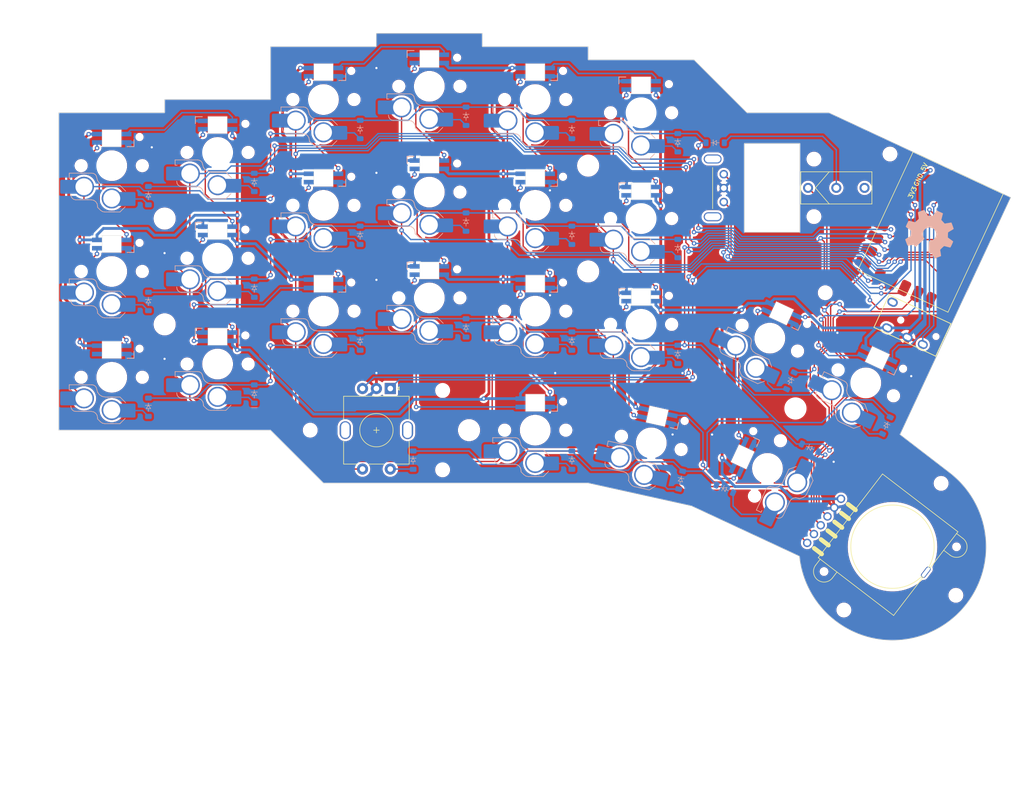
<source format=kicad_pcb>
(kicad_pcb (version 20221018) (generator pcbnew)
  (layers (0 "F.Cu" signal) (31 "B.Cu" signal) (34 "B.Paste" user) (35 "F.Paste" user) (36 "B.SilkS" user "B.Silkscreen") (37 "F.SilkS" user "F.Silkscreen") (38 "B.Mask" user) (39 "F.Mask" user) (44 "Edge.Cuts" user))
  (net 0 "")
  (net 1 "Net-(D1-Pad2)")
  (net 2 "row1")
  (net 3 "Net-(D2-Pad2)")
  (net 4 "row2")
  (net 5 "Net-(D3-Pad2)")
  (net 6 "row3")
  (net 7 "Net-(D4-Pad2)")
  (net 8 "Net-(D5-Pad2)")
  (net 9 "Net-(D6-Pad2)")
  (net 10 "Net-(K7-SW)")
  (net 11 "Net-(D8-Pad2)")
  (net 12 "Net-(D9-Pad2)")
  (net 13 "Net-(D10-Pad2)")
  (net 14 "Net-(D11-Pad2)")
  (net 15 "Net-(D12-Pad2)")
  (net 16 "Net-(D13-Pad2)")
  (net 17 "Net-(D14-Pad2)")
  (net 18 "Net-(D15-Pad2)")
  (net 19 "Net-(D16-Pad2)")
  (net 20 "Net-(D17-Pad2)")
  (net 21 "Net-(D18-Pad2)")
  (net 22 "Net-(D19-Pad2)")
  (net 23 "Net-(D20-Pad2)")
  (net 24 "Net-(D22-Pad2)")
  (net 25 "Net-(D21-Pad2)")
  (net 26 "Net-(D24-Pad2)")
  (net 27 "row0")
  (net 29 "X1")
  (net 30 "Y1")
  (net 31 "col0")
  (net 32 "col1")
  (net 33 "col2")
  (net 34 "col3")
  (net 35 "col4")
  (net 36 "col5")
  (net 37 "col6")
  (net 38 "GND")
  (net 39 "A1")
  (net 40 "B1")
  (net 41 "5V-L")
  (net 42 "Left_data")
  (net 45 "B2")
  (net 46 "A2")
  (net 47 "Net-(K26-SW)")
  (net 48 "RGB-L")
  (net 49 "Net-(D25-Pad2)")
  (net 50 "Net-(L1-DOUT)")
  (net 51 "Net-(L2-DOUT)")
  (net 52 "Net-(L3-DOUT)")
  (net 53 "Net-(L4-DOUT)")
  (net 54 "Net-(L5-DOUT)")
  (net 55 "Net-(L6-DOUT)")
  (net 56 "Net-(L7-DOUT)")
  (net 57 "Net-(L8-DOUT)")
  (net 58 "Net-(L10-DIN)")
  (net 59 "Net-(L10-DOUT)")
  (net 60 "Net-(L11-DOUT)")
  (net 61 "Net-(L12-DOUT)")
  (net 62 "Net-(L13-DOUT)")
  (net 63 "Net-(L14-DOUT)")
  (net 64 "Net-(L15-DOUT)")
  (net 65 "Net-(L16-DOUT)")
  (net 66 "Net-(L17-DOUT)")
  (net 67 "Net-(L18-DOUT)")
  (net 68 "Net-(L19-DOUT)")
  (net 69 "Net-(L20-DOUT)")
  (net 70 "Net-(L21-DOUT)")
  (net 71 "Net-(L22-DOUT)")
  (net 74 "Net-(K23-S2)")
  (footprint "MountingHole:MountingHole_3.5mm" (layer "F.Cu") (at 108.339 136.52)
    (fp_text reference "H7" hide)
    (fp_text value "3.5mm")
  )
  (footprint "DreaM117er-keebLibrary:SW_Choc_KLP12_Hotswap_Plated_1.00u" (layer "F.Cu") (at 179.723307 128.0046 155)
    (fp_text reference "K25")
    (fp_text value "SW_Push")
  )
  (footprint "DreaM117er-keebLibrary:MCU_RP2040SuperMini_SMD" (layer "F.Cu") (at 191.370832 100.851044 -25)
    (fp_text reference "U1")
    (fp_text value "MCU_Left")
  )
  (footprint "DreaM117er-keebLibrary:SW_Choc_KLP12_Hotswap_Plated_1.00u" (layer "F.Cu") (at 63.095 86.514 180)
    (fp_text reference "K4")
    (fp_text value "SW_Push")
  )
  (footprint "MountingHole:MountingHole_3.5mm" (layer "F.Cu") (at 53.57 98.42)
    (fp_text reference "H9" hide)
    (fp_text value "3.5mm")
  )
  (footprint "DreaM117er-keebLibrary:SW_Choc_KLP12_Hotswap_Plated_1.00u" (layer "F.Cu") (at 139.295 98.42 180)
    (fp_text reference "K20")
    (fp_text value "SW_Push")
  )
  (footprint "DreaM117er-keebLibrary:SW_Choc_KLP12_Hotswap_Plated_1.00u" (layer "F.Cu") (at 44.045 126.995 180)
    (fp_text reference "K3")
    (fp_text value "SW_Push")
  )
  (footprint "DreaM117er-keebLibrary:SW_Choc_KLP12_Hotswap_Plated_1.00u" (layer "F.Cu") (at 82.145 115.089 180)
    (fp_text reference "K10")
    (fp_text value "SW_Push")
  )
  (footprint "MountingHole:MountingHole_2.2mm_M2" (layer "F.Cu") (at 103.577 143.664)
    (fp_text reference "H3" hide)
    (fp_text value "M2")
  )
  (footprint "DreaM117er-keebLibrary:SW_MicroSwitches_Kailh_THT" (layer "F.Cu") (at 168.02 92.895 90)
    (fp_text reference "K23" hide)
    (fp_text value "~" hide)
  )
  (footprint "DreaM117er-keebLibrary:SW_Choc_KLP12_Hotswap_Plated_1.00u" (layer "F.Cu") (at 162.458307 119.9536 155)
    (fp_text reference "K24")
    (fp_text value "SW_Push")
  )
  (footprint "DreaM117er-keebLibrary:SW_Choc_KLP12_Hotswap_Plated_1.25u" (layer "F.Cu") (at 162.0334 143.402307 -115)
    (fp_text reference "K22")
    (fp_text value "SW_Push")
  )
  (footprint "DreaM117er-keebLibrary:SW_Choc_KLP12_Hotswap_Plated_1.00u" (layer "F.Cu") (at 141.131144 138.807274 167.5)
    (fp_text reference "K18")
    (fp_text value "SW_Push")
  )
  (footprint "DreaM117er-keebLibrary:SW_Choc_KLP12_Hotswap_Plated_1.00u" (layer "F.Cu") (at 101.195 74.607 180)
    (fp_text reference "K12")
    (fp_text value "SW_Push")
  )
  (footprint "MountingHole:MountingHole_3.5mm" (layer "F.Cu") (at 167.066 132.611)
    (fp_text reference "H13" hide)
    (fp_text value "3.5mm")
  )
  (footprint "DreaM117er-keebLibrary:RotaryEncoder_MouseWheel" (layer "F.Cu") (at 154.17 92.895)
    (fp_text reference "RE1" hide)
    (fp_text value "MW")
    (fp_line (start 3.7 -8) (end 3.7 8) (stroke (width 0.12)) (layer "Edge.Cuts"))
    (fp_line (start 3.7 -8) (end 13.7 -8) (stroke (width 0.12)) (layer "Edge.Cuts"))
    (fp_line (start 3.7 8) (end 13.7 8) (stroke (width 0.12)) (layer "Edge.Cuts"))
    (fp_line (start 13.7 8) (end 13.7 -8) (stroke (width 0.12)) (layer "Edge.Cuts"))
  )
  (footprint "MountingHole:MountingHole_2.2mm_M2" (layer "F.Cu") (at 79.763 136.52)
    (fp_text reference "H1" hide)
    (fp_text value "M2")
  )
  (footprint "DreaM117er-keebLibrary:SW_Choc_KLP12_Hotswap_Plated_1.00u" (layer "F.Cu") (at 120.245 76.989 180)
    (fp_text reference "K15")
    (fp_text value "SW_Push")
  )
  (footprint "DreaM117er-keebLibrary:SW_Choc_KLP12_Hotswap_Plated_1.00u" (layer "F.Cu") (at 82.145 96.039 180)
    (fp_text reference "K9")
    (fp_text value "SW_Push")
  )
  (footprint "DreaM117er-keebLibrary:RotaryEncoder_EC11" (layer "F.Cu") (at 91.67 136.52 -90)
    (fp_text reference "K7")
    (fp_text value "EC-11")
  )
  (footprint "DreaM117er-keebLibrary:SW_Choc_KLP12_Hotswap_Plated_1.00u" (layer "F.Cu") (at 63.095 124.614 180)
    (fp_text reference "K6")
    (fp_text value "SW_Push")
  )
  (footprint "DreaM117er-keebLibrary:SW_Choc_KLP12_Hotswap_Plated_1.00u" (layer "F.Cu") (at 120.245 115.089 180)
    (fp_text reference "K17")
    (fp_text value "SW_Push")
  )
  (footprint "DreaM117er-keebLibrary:SW_Choc_KLP12_Hotswap_Plated_1.00u" (layer "F.Cu") (at 139.295 117.47 180)
    (fp_text reference "K21")
    (fp_text value "SW_Push")
  )
  (footprint "DreaM117er-keebLibrary:SW_Choc_KLP12_Hotswap_Plated_1.00u" (layer "F.Cu") (at 44.045 88.895 180)
    (fp_text reference "K1")
    (fp_text value "SW_Push")
  )
  (footprint "DreaM117er-keebLibrary:SW_Choc_KLP12_Hotswap_Plated_1.00u" (layer "F.Cu") (at 139.295 79.37 180)
    (fp_text reference "K19")
    (fp_text value "SW_Push")
  )
  (footprint "DreaM117er-keebLibrary:SW_Choc_KLP12_Hotswap_Plated_1.00u" (layer "F.Cu") (at 120.245 96.039 180)
    (fp_text reference "K16")
    (fp_text value "SW_Push")
  )
  (footprint "DreaM117er-keebLibrary:SW_Choc_KLP12_Hotswap_Plated_1.00u" (layer "F.Cu") (at 44.045 107.945 180)
    (fp_text reference "K2")
    (fp_text value "SW_Push")
  )
  (footprint "DreaM117er-keebLibrary:SW_Choc_KLP12_Hotswap_Plated_1.00u" (layer "F.Cu") (at 63.095 105.564 180)
    (fp_text reference "K5")
    (fp_text value "SW_Push")
  )
  (footprint "DreaM117er-keebLibrary:SW_Choc_KLP12_Hotswap_Plated_1.00u" (layer "F.Cu") (at 101.195 93.657 180)
    (fp_text reference "K13")
    (fp_text value "SW_Push")
  )
  (footprint "DreaM117er-keebLibrary:SW_Choc_KLP12_Hotswap_Plated_1.00u" (layer "F.Cu") (at 82.145 76.989 180)
    (fp_text reference "K8")
    (fp_text value "SW_Push")
  )
  (footprint "MountingHole:MountingHole_3.5mm" (layer "F.Cu") (at 129.77 88.895)
    (fp_text reference "H14" hide)
    (fp_text value "3.5mm")
  )
  (footprint "DreaM117er-keebLibrary:Joystick_NSJoy-con" (layer "F.Cu") (at 184.530481 157.500518 142.5)
    (fp_text reference "K26")
    (fp_text value "NS Joy-con")
  )
  (footprint "DreaM117er-keebLibrary:TRRS-PJ-320A" (layer "F.Cu") (at 193.809504 120.33579 -115)
    (fp_text reference "T1" hide)
    (fp_text value "TRRS_L" hide)
  )
  (footprint "MountingHole:MountingHole_2.2mm_M2" (layer "F.Cu") (at 103.577 129.376)
    (fp_text reference "H2" hide)
    (fp_text value "M2")
  )
  (footprint "DreaM117er-keebLibrary:SW_Choc_KLP12_Hotswap_Plated_1.00u" (layer "F.Cu") (at 120.245 136.52 180)
    (fp_text reference "K11")
    (fp_text value "SW_Push")
  )
  (footprint "MountingHole:MountingHole_3.5mm" (layer "F.Cu") (at 53.57 117.47)
    (fp_text reference "H10" hide)
    (fp_text value "3.5mm")
  )
  (footprint "DreaM117er-keebLibrary:SW_Choc_KLP12_Hotswap_Plated_1.00u" (layer "F.Cu") (at 101.195 112.707 180)
    (fp_text reference "K14")
    (fp_text value "SW_Push")
  )
  (footprint "MountingHole:MountingHole_3.5mm" (layer "F.Cu") (at 129.77 107.945)
    (fp_text reference "H15" hide)
    (fp_text value "3.5mm")
  )
  (footprint "DreaM117er-keebLibrary:D_SOD-123" (layer "B.Cu") (at 50.645 94.295 -90)
    (fp_text reference "D1" hide)
    (fp_text value "1N4148_TS")
  )
  (footprint "DreaM117er-keebLibrary:D_SOD-123" (layer "B.Cu") (at 98.27 141.92 -90)
    (fp_text reference "D7" hide)
    (fp_text value "1N4148_TS")
  )
  (footprint "DreaM117er-keebLibrary:D_SOD-123" (layer "B.Cu") (at 107.795 99.057 -90)
    (fp_text reference "D13" hide)
    (fp_text value "1N4148_TS")
  )
  (footprint "DreaM117er-keebLibrary:D_SOD-123" (layer "B.Cu") (at 69.695 110.964 -90)
    (fp_text reference "D5" hide)
    (fp_text value "1N4148_TS")
  )
  (footprint "DreaM117er-keebLibrary:D_SOD-123" (layer "B.Cu") (at 107.795 80.007 -90)
    (fp_text reference "D12" hide)
    (fp_text value "1N4148_TS")
  )
  (footprint "DreaM117er-keebLibrary:LED_SK6812MINI-E" (layer "B.Cu") (at 139.295 93.49)
    (fp_text reference "L6")
    (fp_text value "WS2812B" hide)
    (fp_line (start -1.75 -1.55) (end -1.75 1.55) (stroke (width 0.05)) (layer "Edge.Cuts"))
    (fp_line (start -1.75 1.55) (end 1.75 1.55) (stroke (width 0.05)) (layer "Edge.Cuts"))
    (fp_line (start 1.75 -1.55) (end -1.75 -1.55) (stroke (width 0.05)) (layer "Edge.Cuts"))
    (fp_line (start 1.75 1.55) (end 1.75 -1.55) (stroke (width 0.05)) (layer "Edge.Cuts"))
  )
  (footprint "DreaM117er-keebLibrary:LED_SK6812MINI-E" (layer "B.Cu") (at 63.095 119.684)
    (fp_text reference "L18")
    (fp_text value "WS2812B" hide)
    (fp_line (start -1.75 -1.55) (end -1.75 1.55) (stroke (width 0.05)) (layer "Edge.Cuts"))
    (fp_line (start -1.75 1.55) (end 1.75 1.55) (stroke (width 0.05)) (layer "Edge.Cuts"))
    (fp_line (start 1.75 -1.55) (end -1.75 -1.55) (stroke (width 0.05)) (layer "Edge.Cuts"))
    (fp_line (start 1.75 1.55) (end 1.75 -1.55) (stroke (width 0.05)) (layer "Edge.Cuts"))
  )
  (footprint "DreaM117er-keebLibrary:D_SOD-123" (layer "B.Cu") (at 69.695 91.914 -90)
    (fp_text reference "D4" hide)
    (fp_text value "1N4148_TS")
  )
  (footprint "DreaM117er-keebLibrary:D_SOD-123" (layer "B.Cu") (at 169.717 139.709 -25)
    (fp_text reference "D26" hide)
    (fp_text value "1N4148_TS")
  )
  (footprint "DreaM117er-keebLibrary:LED_SK6812MINI-E" (layer "B.Cu") (at 101.195 69.677)
    (fp_text reference "L14")
    (fp_text value "WS2812B" hide)
    (fp_line (start -1.75 -1.55) (end -1.75 1.55) (stroke (width 0.05)) (layer "Edge.Cuts"))
    (fp_line (start -1.75 1.55) (end 1.75 1.55) (stroke (width 0.05)) (layer "Edge.Cuts"))
    (fp_line (start 1.75 -1.55) (end -1.75 -1.55) (stroke (width 0.05)) (layer "Edge.Cuts"))
    (fp_line (start 1.75 1.55) (end 1.75 -1.55) (stroke (width 0.05)) (layer "Edge.Cuts"))
  )
  (footprint "DreaM117er-keebLibrary:D_SOD-123" (layer "B.Cu") (at 145.895 84.77 -90)
    (fp_text reference "D19" hide)
    (fp_text value "1N4148_TS")
  )
  (footprint "DreaM117er-keebLibrary:LED_SK6812MINI-E" (layer "B.Cu") (at 44.045 83.965 180)
    (fp_text reference "L21")
    (fp_text value "WS2812B" hide)
    (fp_line (start -1.75 -1.55) (end -1.75 1.55) (stroke (width 0.05)) (layer "Edge.Cuts"))
    (fp_line (start -1.75 1.55) (end 1.75 1.55) (stroke (width 0.05)) (layer "Edge.Cuts"))
    (fp_line (start 1.75 -1.55) (end -1.75 -1.55) (stroke (width 0.05)) (layer "Edge.Cuts"))
    (fp_line (start 1.75 1.55) (end 1.75 -1.55) (stroke (width 0.05)) (layer "Edge.Cuts"))
  )
  (footprint "DreaM117er-keebLibrary:D_SOD-123" (layer "B.Cu") (at 126.845 101.439 -90)
    (fp_text reference "D16" hide)
    (fp_text value "1N4148_TS")
  )
  (footprint "DreaM117er-keebLibrary:LED_SK6812MINI-E" (layer "B.Cu") (at 101.195 88.727)
    (fp_text reference "L13")
    (fp_text value "WS2812B" hide)
    (fp_line (start -1.75 -1.55) (end -1.75 1.55) (stroke (width 0.05)) (layer "Edge.Cuts"))
    (fp_line (start -1.75 1.55) (end 1.75 1.55) (stroke (width 0.05)) (layer "Edge.Cuts"))
    (fp_line (start 1.75 -1.55) (end -1.75 -1.55) (stroke (width 0.05)) (layer "Edge.Cuts"))
    (fp_line (start 1.75 1.55) (end 1.75 -1.55) (stroke (width 0.05)) (layer "Edge.Cuts"))
  )
  (footprint "DreaM117er-keebLibrary:LED_SK6812MINI-E" (layer "B.Cu") (at 101.195 107.777)
    (fp_text reference "L12")
    (fp_text value "WS2812B" hide)
    (fp_line (start -1.75 -1.55) (end -1.75 1.55) (stroke (width 0.05)) (layer "Edge.Cuts"))
    (fp_line (start -1.75 1.55) (end 1.75 1.55) (stroke (width 0.05)) (layer "Edge.Cuts"))
    (fp_line (start 1.75 -1.55) (end -1.75 -1.55) (stroke (width 0.05)) (layer "Edge.Cuts"))
    (fp_line (start 1.75 1.55) (end 1.75 -1.55) (stroke (width 0.05)) (layer "Edge.Cuts"))
  )
  (footprint "DreaM117er-keebLibrary:LED_SK6812MINI-E" (layer "B.Cu") (at 181.807 123.537 155)
    (fp_text reference "L1")
    (fp_text value "WS2812B" hide)
    (fp_line (start -1.75 -1.55) (end -1.75 1.55) (stroke (width 0.05)) (layer "Edge.Cuts"))
    (fp_line (start -1.75 1.55) (end 1.75 1.55) (stroke (width 0.05)) (layer "Edge.Cuts"))
    (fp_line (start 1.75 -1.55) (end -1.75 -1.55) (stroke (width 0.05)) (layer "Edge.Cuts"))
    (fp_line (start 1.75 1.55) (end 1.75 -1.55) (stroke (width 0.05)) (layer "Edge.Cuts"))
  )
  (footprint "DreaM117er-keebLibrary:D_SOD-123" (layer "B.Cu") (at 107.795 118.107 -90)
    (fp_text reference "D14" hide)
    (fp_text value "1N4148_TS")
  )
  (footprint "DreaM117er-keebLibrary:LED_SK6812MINI-E" (layer "B.Cu") (at 82.145 110.159 180)
    (fp_text reference "L17")
    (fp_text value "WS2812B" hide)
    (fp_line (start -1.75 -1.55) (end -1.75 1.55) (stroke (width 0.05)) (layer "Edge.Cuts"))
    (fp_line (start -1.75 1.55) (end 1.75 1.55) (stroke (width 0.05)) (layer "Edge.Cuts"))
    (fp_line (start 1.75 -1.55) (end -1.75 -1.55) (stroke (width 0.05)) (layer "Edge.Cuts"))
    (fp_line (start 1.75 1.55) (end 1.75 -1.55) (stroke (width 0.05)) (layer "Edge.Cuts"))
  )
  (footprint "DreaM117er-keebLibrary:D_SOD-123" (layer "B.Cu") (at 50.645 132.395 -90)
    (fp_text reference "D3" hide)
    (fp_text value "1N4148_TS")
  )
  (footprint "DreaM117er-keebLibrary:D_SOD-123" (layer "B.Cu") (at 88.745 120.489 -90)
    (fp_text reference "D10" hide)
    (fp_text value "1N4148_TS")
  )
  (footprint "DreaM117er-keebLibrary:LED_SK6812MINI-E" (layer "B.Cu") (at 82.145 72.059 180)
    (fp_text reference "L15")
    (fp_text value "WS2812B" hide)
    (fp_line (start -1.75 -1.55) (end -1.75 1.55) (stroke (width 0.05)) (layer "Edge.Cuts"))
    (fp_line (start -1.75 1.55) (end 1.75 1.55) (stroke (width 0.05)) (layer "Edge.Cuts"))
    (fp_line (start 1.75 -1.55) (end -1.75 -1.55) (stroke (width 0.05)) (layer "Edge.Cuts"))
    (fp_line (start 1.75 1.55) (end 1.75 -1.55) (stroke (width 0.05)) (layer "Edge.Cuts"))
  )
  (footprint "DreaM117er-keebLibrary:D_SOD-123" (layer "B.Cu") (at 146.406 145.508 -102.5)
    (fp_text reference "D18" hide)
    (fp_text value "1N4148_TS")
  )
  (footprint "DreaM117er-keebLibrary:LED_SK6812MINI-E" (layer "B.Cu") (at 120.245 110.159 180)
    (fp_text reference "L10")
    (fp_text value "WS2812B" hide)
    (fp_line (start -1.75 -1.55) (end -1.75 1.55) (stroke (width 0.05)) (layer "Edge.Cuts"))
    (fp_line (start -1.75 1.55) (end 1.75 1.55) (stroke (width 0.05)) (layer "Edge.Cuts"))
    (fp_line (start 1.75 -1.55) (end -1.75 -1.55) (stroke (width 0.05)) (layer "Edge.Cuts"))
    (fp_line (start 1.75 1.55) (end 1.75 -1.55) (stroke (width 0.05)) (layer "Edge.Cuts"))
  )
  (footprint "DreaM117er-keebLibrary:D_SOD-123" (layer "B.Cu") (at 145.895 103.82 -90)
    (fp_text reference "D20" hide)
    (fp_text value "1N4148_TS")
  )
  (footprint "DreaM117er-keebLibrary:D_SOD-123" (layer "B.Cu") (at 69.695 130.014 -90)
    (fp_text reference "D6" hide)
    (fp_text value "1N4148_TS")
  )
  (footprint "DreaM117er-keebLibrary:LED_SK6812MINI-E" (layer "B.Cu") (at 157.5658 141.318614 -115)
    (fp_text reference "L3")
    (fp_text value "WS2812B" hide)
    (fp_line (start -1.75 -1.55) (end -1.75 1.55) (stroke (width 0.05)) (layer "Edge.Cuts"))
    (fp_line (start -1.75 1.55) (end 1.75 1.55) (stroke (width 0.05)) (layer "Edge.Cuts"))
    (fp_line (start 1.75 -1.55) (end -1.75 -1.55) (stroke (width 0.05)) (layer "Edge.Cuts"))
    (fp_line (start 1.75 1.55) (end 1.75 -1.55) (stroke (width 0.05)) (layer "Edge.Cuts"))
  )
  (footprint "Symbol:OSHW-Symbol_8.9x8mm_SilkScreen" (layer "B.Cu") (at 191.370832 100.851044 155)
    (fp_text reference "SYM1" hide)
    (fp_text value "Logo" hide)
  )
  (footprint "DreaM117er-keebLibrary:LED_SK6812MINI-E" (layer "B.Cu") (at 44.045 103.015 180)
    (fp_text reference "L22")
    (fp_text value "WS2812B" hide)
    (fp_line (start -1.75 -1.55) (end -1.75 1.55) (stroke (width 0.05)) (layer "Edge.Cuts"))
    (fp_line (start -1.75 1.55) (end 1.75 1.55) (stroke (width 0.05)) (layer "Edge.Cuts"))
    (fp_line (start 1.75 -1.55) (end -1.75 -1.55) (stroke (width 0.05)) (layer "Edge.Cuts"))
    (fp_line (start 1.75 1.55) (end 1.75 -1.55) (stroke (width 0.05)) (layer "Edge.Cuts"))
  )
  (footprint "DreaM117er-keebLibrary:LED_SK6812MINI-E" (layer "B.Cu") (at 82.145 91.109 180)
    (fp_text reference "L16")
    (fp_text value "WS2812B" hide)
    (fp_line (start -1.75 -1.55) (end -1.75 1.55) (stroke (width 0.05)) (layer "Edge.Cuts"))
    (fp_line (start -1.75 1.55) (end 1.75 1.55) (stroke (width 0.05)) (layer "Edge.Cuts"))
    (fp_line (start 1.75 -1.55) (end -1.75 -1.55) (stroke (width 0.05)) (layer "Edge.Cuts"))
    (fp_line (start 1.75 1.55) (end 1.75 -1.55) (stroke (width 0.05)) (layer "Edge.Cuts"))
  )
  (footprint "DreaM117er-keebLibrary:D_SOD-123" (layer "B.Cu") (at 166.157307 127.6366 -115)
    (fp_text reference "D24" hide)
    (fp_text value "1N4148_TS")
  )
  (footprint "DreaM117er-keebLibrary:LED_SK6812MINI-E" (layer "B.Cu") (at 120.245 91.109 180)
    (fp_text reference "L9")
    (fp_text value "WS2812B" hide)
    (fp_line (start -1.75 -1.55) (end -1.75 1.55) (stroke (width 0.05)) (layer "Edge.Cuts"))
    (fp_line (start -1.75 1.55) (end 1.75 1.55) (stroke (width 0.05)) (layer "Edge.Cuts"))
    (fp_line (start 1.75 -1.55) (end -1.75 -1.55) (stroke (width 0.05)) (layer "Edge.Cuts"))
    (fp_line (start 1.75 1.55) (end 1.75 -1.55) (stroke (width 0.05)) (layer "Edge.Cuts"))
  )
  (footprint "DreaM117er-keebLibrary:D_SOD-123" (layer "B.Cu") (at 154.35 147.102 -25)
    (fp_text reference "D22" hide)
    (fp_text value "1N4148_TS")
  )
  (footprint "DreaM117er-keebLibrary:D_SOD-123" (layer "B.Cu") (at 88.745 82.389 -90)
    (fp_text reference "D8" hide)
    (fp_text value "1N4148_TS")
  )
  (footprint "DreaM117er-keebLibrary:LED_SK6812MINI-E" (layer "B.Cu") (at 142.1985 133.994 167.5)
    (fp_text reference "L4")
    (fp_text value "WS2812B" hide)
    (fp_line (start -1.75 -1.55) (end -1.75 1.55) (stroke (width 0.05)) (layer "Edge.Cuts"))
    (fp_line (start -1.75 1.55) (end 1.75 1.55) (stroke (width 0.05)) (layer "Edge.Cuts"))
    (fp_line (start 1.75 -1.55) (end -1.75 -1.55) (stroke (width 0.05)) (layer "Edge.Cuts"))
    (fp_line (start 1.75 1.55) (end 1.75 -1.55) (stroke (width 0.05)) (layer "Edge.Cuts"))
  )
  (footprint "DreaM117er-keebLibrary:LED_SK6812MINI-E" (layer "B.Cu") (at 139.295 74.44)
    (fp_text reference "L7")
    (fp_text value "WS2812B" hide)
    (fp_line (start -1.75 -1.55) (end -1.75 1.55) (stroke (width 0.05)) (layer "Edge.Cuts"))
    (fp_line (start -1.75 1.55) (end 1.75 1.55) (stroke (width 0.05)) (layer "Edge.Cuts"))
    (fp_line (start 1.75 -1.55) (end -1.75 -1.55) (stroke (width 0.05)) (layer "Edge.Cuts"))
    (fp_line (start 1.75 1.55) (end 1.75 -1.55) (stroke (width 0.05)) (layer "Edge.Cuts"))
  )
  (footprint "DreaM117er-keebLibrary:LED_SK6812MINI-E" (layer "B.Cu") (at 139.295 112.54)
    (fp_text reference "L5")
    (fp_text value "WS2812B" hide)
    (fp_line (start -1.75 -1.55) (end -1.75 1.55) (stroke (width 0.05)) (layer "Edge.Cuts"))
    (fp_line (start -1.75 1.55) (end 1.75 1.55) (stroke (width 0.05)) (layer "Edge.Cuts"))
    (fp_line (start 1.75 -1.55) (end -1.75 -1.55) (stroke (width 0.05)) (layer "Edge.Cuts"))
    (fp_line (start 1.75 1.55) (end 1.75 -1.55) (stroke (width 0.05)) (layer "Edge.Cuts"))
  )
  (footprint "DreaM117er-keebLibrary:D_SOD-123" (layer "B.Cu") (at 145.895 122.87 -90)
    (fp_text reference "D21" hide)
    (fp_text value "1N4148_TS")
  )
  (footprint "DreaM117er-keebLibrary:LED_SK6812MINI-E" (layer "B.Cu") (at 44.045 122.065 180)
    (fp_text reference "L23")
    (fp_text value "WS2812B" hide)
    (fp_line (start -1.75 -1.55) (end -1.75 1.55) (stroke (width 0.05)) (layer "Edge.Cuts"))
    (fp_line (start -1.75 1.55) (end 1.75 1.55) (stroke (width 0.05)) (layer "Edge.Cuts"))
    (fp_line (start 1.75 -1.55) (end -1.75 -1.55) (stroke (width 0.05)) (layer "Edge.Cuts"))
    (fp_line (start 1.75 1.55) (end 1.75 -1.55) (stroke (width 0.05)) (layer "Edge.Cuts"))
  )
  (footprint "DreaM117er-keebLibrary:D_SOD-123" (layer "B.Cu") (at 88.745 101.439 -90)
    (fp_text reference "D9" hide)
    (fp_text value "1N4148_TS")
  )
  (footprint "DreaM117er-keebLibrary:D_SOD-123" (layer "B.Cu") (at 126.845 82.389 -90)
    (fp_text reference "D15" hide)
    (fp_text value "1N4148_TS")
  )
  (footprint "DreaM117er-keebLibrary:LED_SK6812MINI-E" (layer "B.Cu") (at 63.095 100.634)
    (fp_text reference "L19")
    (fp_text value "WS2812B" hide)
    (fp_line (start -1.75 -1.55) (end -1.75 1.55) (stroke (width 0.05)) (layer "Edge.Cuts"))
    (fp_line (start -1.75 1.55) (end 1.75 1.55) (stroke (width 0.05)) (layer "Edge.Cuts"))
    (fp_line (start 1.75 -1.55) (end -1.75 -1.55) (stroke (width 0.05)) (layer "Edge.Cuts"))
    (fp_line (start 1.75 1.55) (end 1.75 -1.55) (stroke (width 0.05)) (layer "Edge.Cuts"))
  )
  (footprint "DreaM117er-keebLibrary:D_SOD-123" (layer "B.Cu") (at 183.422307 135.6876 -115)
    (fp_text reference "D25" hide)
    (fp_text value "1N4148_TS")
  )
  (footprint "DreaM117er-keebLibrary:D_SOD-123" (layer "B.Cu") (at 126.845 120.489 -90)
    (fp_text reference "D17" hide)
    (fp_text value "1N4148_TS")
  )
  (footprint "DreaM117er-keebLibrary:D_SOD-123" (layer "B.Cu") (at 152.62 84.77)
    (fp_text reference "D23" hide)
    (fp_text value "1N4148_TS")
  )
  (footprint "DreaM117er-keebLibrary:LED_SK6812MINI-E" (layer "B.Cu") (at 120.245 131.59 180)
    (fp_text reference "L11")
    (fp_text value "WS2812B" hide)
    (fp_line (start -1.75 -1.55) (end -1.75 1.55) (stroke (width 0.05)) (layer "Edge.Cuts"))
    (fp_line (start -1.75 1.55) (end 1.75 1.55) (stroke (width 0.05)) (layer "Edge.Cuts"))
    (fp_line (start 1.75 -1.55) (end -1.75 -1.55) (stroke (width 0.05)) (layer "Edge.Cuts"))
    (fp_line (start 1.75 1.55) (end 1.75 -1.55) (stroke (width 0.05)) (layer "Edge.Cuts"))
  )
  (footprint "DreaM117er-keebLibrary:D_SOD-123" (layer "B.Cu") (at 50.645 113.345 -90)
    (fp_text reference "D2" hide)
    (fp_text value "1N4148_TS")
  )
  (footprint "DreaM117er-keebLibrary:D_SOD-123" (layer "B.Cu") (at 126.845 141.92 -90)
    (fp_text reference "D11" hide)
    (fp_text value "1N4148_TS")
  )
  (footprint "DreaM117er-keebLibrary:LED_SK6812MINI-E" (layer "B.Cu") (at 164.542 115.486 155)
    (fp_text reference "L2")
    (fp_text value "WS2812B" hide)
    (fp_line (start -1.75 -1.55) (end -1.75 1.55) (stroke (width 0.05)) (layer "Edge.Cuts"))
    (fp_line (start -1.75 1.55) (end 1.75 1.55) (stroke (width 0.05)) (layer "Edge.Cuts"))
    (fp_line (start 1.75 -1.55) (end -1.75 -1.55) (stroke (width 0.05)) (layer "Edge.Cuts"))
    (fp_line (start 1.75 1.55) (end 1.75 -1.55) (stroke (width 0.05)) (layer "Edge.Cuts"))
  )
  (footprint "DreaM117er-keebLibrary:LED_SK6812MINI-E" (layer "B.Cu") (at 63.095 81.584)
    (fp_text reference "L20")
    (fp_text value "WS2812B" hide)
    (fp_line (start -1.75 -1.55) (end -1.75 1.55) (stroke (width 0.05)) (layer "Edge.Cuts"))
    (fp_line (start -1.75 1.55) (end 1.75 1.55) (stroke (width 0.05)) (layer "Edge.Cuts"))
    (fp_line (start 1.75 -1.55) (end -1.75 -1.55) (stroke (width 0.05)) (layer "Edge.Cuts"))
    (fp_line (start 1.75 1.55) (end 1.75 -1.55) (stroke (width 0.05)) (layer "Edge.Cuts"))
  )
  (footprint "DreaM117er-keebLibrary:LED_SK6812MINI-E" (layer "B.Cu") (at 120.245 72.059 180)
    (fp_text reference "L8")
    (fp_text value "WS2812B" hide)
    (fp_line (start -1.75 -1.55) (end -1.75 1.55) (stroke (width 0.05)) (layer "Edge.Cuts"))
    (fp_line (start -1.75 1.55) (end 1.75 1.55) (stroke (width 0.05)) (layer "Edge.Cuts"))
    (fp_line (start 1.75 -1.55) (end -1.75 -1.55) (stroke (width 0.05)) (layer "Edge.Cuts"))
    (fp_line (start 1.75 1.55) (end 1.75 -1.55) (stroke (width 0.05)) (layer "Edge.Cuts"))
  )
  (gr_line locked (start 129.77 69.845) (end 129.77 67.464) (stroke (width 0.1)) (layer "Edge.Cuts"))
  (gr_line locked (start 91.67 65.082) (end 91.67 67.464) (stroke (width 0.1)) (layer "Edge.Cuts"))
  (gr_line locked (start 34.52 136.52) (end 72.62 136.52) (stroke (width 0.1)) (layer "Edge.Cuts"))
  (gr_line locked (start 129.77 67.464) (end 110.72 67.464) (stroke (width 0.1)) (layer "Edge.Cuts"))
  (gr_line locked (start 205.804024 94.615231) (end 185.889404 137.298714) (stroke (width 0.1)) (layer "Edge.Cuts"))
  (gr_line locked (start 53.57 76.989) (end 53.57 79.37) (stroke (width 0.1)) (layer "Edge.Cuts"))
  (gr_line locked (start 110.72 65.082) (end 91.67 65.082) (stroke (width 0.1)) (layer "Edge.Cuts"))
  (gr_line locked (start 34.52 79.37) (end 34.52 136.52) (stroke (width 0.1)) (layer "Edge.Cuts"))
  (gr_arc locked (start 194.784067 144.1412) (mid 192.741875 172.201356) (end 167.782177 159.218429) (stroke (width 0.1)) (layer "Edge.Cuts"))
  (gr_line locked (start 72.62 136.52) (end 82.145 146.045) (stroke (width 0.1)) (layer "Edge.Cuts"))
  (gr_line locked (start 148.370036 150.166521) (end 167.782177 159.218429) (stroke (width 0.1)) (layer "Edge.Cuts"))
  (gr_line locked (start 148.82 69.845) (end 129.77 69.845) (stroke (width 0.1)) (layer "Edge.Cuts"))
  (gr_line locked (start 110.72 67.464) (end 110.72 65.082) (stroke (width 0.1)) (layer "Edge.Cuts"))
  (gr_line locked (start 148.370036 150.166521) (end 129.770802 146.044608) (stroke (width 0.1)) (layer "Edge.Cuts"))
  (gr_line locked (start 72.62 67.464) (end 72.62 76.989) (stroke (width 0.1)) (layer "Edge.Cuts"))
  (gr_line locked (start 158.345 79.37) (end 173.099719 79.37) (stroke (width 0.1)) (layer "Edge.Cuts"))
  (gr_line locked (start 148.82 69.845) (end 158.345 79.37) (stroke (width 0.1)) (layer "Edge.Cuts"))
  (gr_line locked (start 205.802981 94.616175) (end 173.099719 79.37) (stroke (width 0.1)) (layer "Edge.Cuts"))
  (gr_line locked (start 53.57 79.37) (end 34.52 79.37) (stroke (width 0.1)) (layer "Edge.Cuts"))
  (gr_line locked (start 129.77 146.045) (end 82.145 146.045) (stroke (width 0.1)) (layer "Edge.Cuts"))
  (gr_line locked (start 91.67 67.464) (end 72.62 67.464) (stroke (width 0.1)) (layer "Edge.Cuts"))
  (gr_line locked (start 194.784067 144.1412) (end 185.889404 137.298714) (stroke (width 0.1)) (layer "Edge.Cuts"))
  (gr_line locked (start 72.62 76.989) (end 53.57 76.989) (stroke (width 0.1)) (layer "Edge.Cuts"))
  (segment (start 49.595 94.895) (end 50.645 95.945) (width 0.25) (layer "B.Cu") (net 1))
  (segment (start 46.395 94.895) (end 49.595 94.895) (width 0.25) (layer "B.Cu") (net 1))
  (segment (start 72.63 108.6) (end 72.63 102.18) (width 0.25) (layer "F.Cu") (net 2))
  (segment (start 172.4995 121.6805) (end 172.4995 116.3995) (width 0.25) (layer "F.Cu") (net 2))
  (segment (start 181.3889 101.801553) (end 182.247347 102.66) (width 0.25) (layer "F.Cu") (net 2))
  (segment (start 172.4995 116.3995) (end 169.68 113.58) (width 0.25) (layer "F.Cu") (net 2))
  (segment (start 169.68 110.633604) (end 172.27 108.043604) (width 0.25) (layer "F.Cu") (net 2))
  (segment (start 170.46 123.72) (end 172.4995 121.6805) (width 0.25) (layer "F.Cu") (net 2))
  (segment (start 172.27 102.62) (end 171.6 101.95) (width 0.25) (layer "F.Cu") (net 2))
  (segment (start 182.247347 102.66) (end 183.19 102.66) (width 0.25) (layer "F.Cu") (net 2))
  (segment (start 170.46 125.51) (end 170.46 123.72) (width 0.25) (layer "F.Cu") (net 2))
  (segment (start 172.27 108.043604) (end 172.27 102.62) (width 0.25) (layer "F.Cu") (net 2))
  (segment (start 169.68 113.58) (end 169.68 110.633604) (width 0.25) (layer "F.Cu") (net 2))
  (via (at 170.46 125.51) (size 0.8) (drill 0.4) (layers "F.Cu" "B.Cu") (net 2))
  (via (at 171.6 101.95) (size 0.8) (drill 0.4) (layers "F.Cu" "B.Cu") (net 2))
  (via (at 72.63 102.18) (size 0.8) (drill 0.4) (layers "F.Cu" "B.Cu") (net 2))
  (via (at 72.63 108.6) (size 0.8) (drill 0.4) (layers "F.Cu" "B.Cu") (net 2))
  (via (at 183.19 102.66) (size 0.8) (drill 0.4) (layers "F.Cu" "B.Cu") (net 2))
  (segment (start 99.823 97.407) (end 97.441 99.789) (width 0.25) (layer "B.Cu") (net 2))
  (segment (start 80.661 99.789) (end 78.27 102.18) (width 0.25) (layer "B.Cu") (net 2))
  (segment (start 59.425 111.695) (end 61.806 109.314) (width 0.25) (layer "B.Cu") (net 2))
  (segment (start 151.216396 101.05) (end 150.096396 102.17) (width 0.25) (layer "B.Cu") (net 2))
  (segment (start 71.916 109.314) (end 69.695 109.314) (width 0.25) (layer "B.Cu") (net 2))
  (segment (start 150.096396 102.17) (end 145.895 102.17) (width 0.25) (layer "B.Cu") (net 2))
  (segment (start 170.46 125.51) (end 169.828808 126.141192) (width 0.25) (layer "B.Cu") (net 2))
  (segment (start 182.48 101.95) (end 171.6 101.95) (width 0.25) (layer "B.Cu") (net 2))
  (segment (start 50.645 111.695) (end 59.425 111.695) (width 0.25) (layer "B.Cu") (net 2))
  (segment (start 157.067208 102.54) (end 155.577208 101.05) (width 0.25) (layer "B.Cu") (net 2))
  (segment (start 72.63 108.6) (end 71.916 109.314) (width 0.25) (layer "B.Cu") (net 2))
  (segment (start 107.795 97.407) (end 99.823 97.407) (width 0.25) (layer "B.Cu") (net 2))
  (segment (start 119.079 99.789) (end 116.697 97.407) (width 0.25) (layer "B.Cu") (net 2))
  (segment (start 116.697 97.407) (end 107.795 97.407) (width 0.25) (layer "B.Cu") (net 2))
  (segment (start 145.895 102.17) (end 138.09 102.17) (width 0.25) (layer "B.Cu") (net 2))
  (segment (start 183.19 102.66) (end 182.48 101.95) (width 0.25) (layer "B.Cu") (net 2))
  (segment (start 138.09 102.17) (end 135.709 99.789) (width 0.25) (layer "B.Cu") (net 2))
  (segment (start 97.441 99.789) (end 88.745 99.789) (width 0.25) (layer "B.Cu") (net 2))
  (segment (start 126.845 99.789) (end 119.079 99.789) (width 0.25) (layer "B.Cu") (net 2))
  (segment (start 171.01 102.54) (end 157.067208 102.54) (width 0.25) (layer "B.Cu") (net 2))
  (segment (start 169.828808 126.141192) (end 166.854627 126.141192) (width 0.25) (layer "B.Cu") (net 2))
  (segment (start 135.709 99.789) (end 126.845 99.789) (width 0.25) (layer "B.Cu") (net 2))
  (segment (start 155.577208 101.05) (end 151.216396 101.05) (width 0.25) (layer "B.Cu") (net 2))
  (segment (start 88.745 99.789) (end 80.661 99.789) (width 0.25) (layer "B.Cu") (net 2))
  (segment (start 78.27 102.18) (end 72.63 102.18) (width 0.25) (layer "B.Cu") (net 2))
  (segment (start 171.6 101.95) (end 171.01 102.54) (width 0.25) (layer "B.Cu") (net 2))
  (segment (start 61.806 109.314) (end 69.695 109.314) (width 0.25) (layer "B.Cu") (net 2))
  (segment (start 46.395 113.945) (end 49.595 113.945) (width 0.25) (layer "B.Cu") (net 3))
  (segment (start 49.595 113.945) (end 50.645 114.995) (width 0.25) (layer "B.Cu") (net 3))
  (segment (start 72.61 121.26) (end 72.61 127.66) (width 0.25) (layer "F.Cu") (net 4))
  (segment (start 180.31545 104.103574) (end 181.161876 104.95) (width 0.25) (layer "F.Cu") (net 4))
  (segment (start 181.161876 104.95) (end 182.13 104.95) (width 0.25) (layer "F.Cu") (net 4))
  (segment (start 147.1255 103.619309) (end 147.12 103.624809) (width 0.25) (layer "F.Cu") (net 4))
  (segment (start 147.12 103.624809) (end 147.12 121.22) (width 0.25) (layer "F.Cu") (net 4))
  (via (at 72.61 127.66) (size 0.8) (drill 0.4) (layers "F.Cu" "B.Cu") (net 4))
  (via (at 147.12 121.22) (size 0.8) (drill 0.4) (layers "F.Cu" "B.Cu") (net 4))
  (via (at 72.61 121.26) (size 0.8) (drill 0.4) (layers "F.Cu" "B.Cu") (net 4))
  (via (at 182.13 104.95) (size 0.8) (drill 0.4) (layers "F.Cu" "B.Cu") (net 4))
  (via (at 147.1255 103.619309) (size 0.8) (drill 0.4) (layers "F.Cu" "B.Cu") (net 4))
  (segment (start 72.63 121.24) (end 78.888796 121.24) (width 0.25) (layer "B.Cu") (net 4))
  (segment (start 147.125691 103.6195) (end 149.919688 103.6195) (width 0.25) (layer "B.Cu") (net 4))
  (segment (start 175.87 131.07) (end 171.79 135.15) (width 0.25) (layer "B.Cu") (net 4))
  (segment (start 59.285 130.745) (end 61.666 128.364) (width 0.25) (layer "B.Cu") (net 4))
  (segment (start 156.694416 103.44) (end 180.62 103.44) (width 0.25) (layer "B.Cu") (net 4))
  (segment (start 150.083604 121.22) (end 147.12 121.22) (width 0.25) (layer "B.Cu") (net 4))
  (segment (start 97.441 118.839) (end 99.823 116.457) (width 0.25) (layer "B.Cu") (net 4))
  (segment (start 107.795 116.457) (end 116.697 116.457) (width 0.25) (layer "B.Cu") (net 4))
  (segment (start 126.845 118.839) (end 135.739 118.839) (width 0.25) (layer "B.Cu") (net 4))
  (segment (start 88.745 118.839) (end 97.441 118.839) (width 0.25) (layer "B.Cu") (net 4))
  (segment (start 147.1255 103.619309) (end 147.125691 103.6195) (width 0.25) (layer "B.Cu") (net 4))
  (segment (start 99.823 116.457) (end 107.795 116.457) (width 0.25) (layer "B.Cu") (net 4))
  (segment (start 171.79 135.15) (end 164.013604 135.15) (width 0.25) (layer "B.Cu") (net 4))
  (segment (start 164.013604 135.15) (end 150.083604 121.22) (width 0.25) (layer "B.Cu") (net 4))
  (segment (start 81.289796 118.839) (end 88.745 118.839) (width 0.25) (layer "B.Cu") (net 4))
  (segment (start 151.589188 101.95) (end 155.204416 101.95) (width 0.25) (layer "B.Cu") (net 4))
  (segment (start 135.739 118.839) (end 138.12 121.22) (width 0.25) (layer "B.Cu") (net 4))
  (segment (start 180.62 103.44) (end 182.13 104.95) (width 0.25) (layer "B.Cu") (net 4))
  (segment (start 149.919688 103.6195) (end 151.589188 101.95) (width 0.25) (layer "B.Cu") (net 4))
  (segment (start 180.997435 131.07) (end 175.87 131.07) (width 0.25) (layer "B.Cu") (net 4))
  (segment (start 69.695 128.364) (end 71.906 128.364) (width 0.25) (layer "B.Cu") (net 4))
  (segment (start 116.697 116.457) (end 119.079 118.839) (width 0.25) (layer "B.Cu") (net 4))
  (segment (start 145.895 121.22) (end 147.12 121.22) (width 0.25) (layer "B.Cu") (net 4))
  (segment (start 184.119627 134.192192) (end 180.997435 131.07) (width 0.25) (layer "B.Cu") (net 4))
  (segment (start 61.666 128.364) (end 69.695 128.364) (width 0.25) (layer "B.Cu") (net 4))
  (segment (start 71.906 128.364) (end 72.61 127.66) (width 0.25) (layer "B.Cu") (net 4))
  (segment (start 78.888796 121.24) (end 81.289796 118.839) (width 0.25) (layer "B.Cu") (net 4))
  (segment (start 138.12 121.22) (end 145.895 121.22) (width 0.25) (layer "B.Cu") (net 4))
  (segment (start 119.079 118.839) (end 126.845 118.839) (width 0.25) (layer "B.Cu") (net 4))
  (segment (start 155.204416 101.95) (end 156.694416 103.44) (width 0.25) (layer "B.Cu") (net 4))
  (segment (start 72.61 121.26) (end 72.63 121.24) (width 0.25) (layer "B.Cu") (net 4))
  (segment (start 50.645 130.745) (end 59.285 130.745) (width 0.25) (layer "B.Cu") (net 4))
  (segment (start 49.595 132.995) (end 50.645 134.045) (width 0.25) (layer "B.Cu") (net 5))
  (segment (start 46.395 132.995) (end 49.595 132.995) (width 0.25) (layer "B.Cu") (net 5))
  (segment (start 173.19 140.19) (end 174.035819 139.344181) (width 0.25) (layer "F.Cu") (net 6))
  (segment (start 176.19 130.13) (end 176.19 124.44) (width 0.25) (layer "F.Cu") (net 6))
  (segment (start 176.19 124.44) (end 173.3995 121.6495) (width 0.25) (layer "F.Cu") (net 6))
  (segment (start 174.035819 139.344181) (end 174.035819 132.284181) (width 0.25) (layer "F.Cu") (net 6))
  (segment (start 173.3995 121.6495) (end 173.3995 114.2505) (width 0.25) (layer "F.Cu") (net 6))
  (segment (start 173.3995 114.2505) (end 179.242 108.408) (width 0.25) (layer "F.Cu") (net 6))
  (segment (start 174.035819 132.284181) (end 176.19 130.13) (width 0.25) (layer "F.Cu") (net 6))
  (segment (start 179.242 108.408) (end 179.242 106.405596) (width 0.25) (layer "F.Cu") (net 6))
  (via (at 173.19 140.19) (size 0.8) (drill 0.4) (layers "F.Cu" "B.Cu") (net 6))
  (segment (start 163.097208 134.87) (end 153.29 134.87) (width 0.25) (layer "B.Cu") (net 6))
  (segment (start 110.73 142.67) (end 116.51 142.67) (width 0.25) (layer "B.Cu") (net 6))
  (segment (start 98.27 140.27) (end 108.33 140.27) (width 0.25) (layer "B.Cu") (net 6))
  (segment (start 116.51 142.67) (end 118.91 140.27) (width 0.25) (layer "B.Cu") (net 6))
  (segment (start 130.295 143.72) (end 136.98 143.72) (width 0.25) (layer "B.Cu") (net 6))
  (segment (start 136.98 143.72) (end 138.47 142.23) (width 0.25) (layer "B.Cu") (net 6))
  (segment (start 138.47 142.23) (end 145.096013 142.23) (width 0.25) (layer "B.Cu") (net 6))
  (segment (start 126.845 140.27) (end 130.295 143.72) (width 0.25) (layer "B.Cu") (net 6))
  (segment (start 167.238888 139.01168) (end 163.097208 134.87) (width 0.25) (layer "B.Cu") (net 6))
  (segment (start 168.221592 139.01168) (end 172.01168 139.01168) (width 0.25) (layer "B.Cu") (net 6))
  (segment (start 118.91 140.27) (end 126.845 140.27) (width 0.25) (layer "B.Cu") (net 6))
  (segment (start 145.096013 142.23) (end 146.763125 143.897112) (width 0.25) (layer "B.Cu") (net 6))
  (segment (start 146.763125 143.897112) (end 150.347024 143.897112) (width 0.25) (layer "B.Cu") (net 6))
  (segment (start 172.01168 139.01168) (end 173.19 140.19) (width 0.25) (layer "B.Cu") (net 6))
  (segment (start 151.18 143.064136) (end 150.347024 143.897112) (width 0.25) (layer "B.Cu") (net 6))
  (segment (start 108.33 140.27) (end 110.73 142.67) (width 0.25) (layer "B.Cu") (net 6))
  (segment (start 151.18 136.98) (end 151.18 143.064136) (width 0.25) (layer "B.Cu") (net 6))
  (segment (start 150.347024 143.897112) (end 150.474956 144.025044) (width 0.25) (layer "B.Cu") (net 6))
  (segment (start 168.221592 139.01168) (end 167.238888 139.01168) (width 0.25) (layer "B.Cu") (net 6))
  (segment (start 150.474956 144.025044) (end 152.854592 146.40468) (width 0.25) (layer "B.Cu") (net 6))
  (segment (start 153.29 134.87) (end 151.18 136.98) (width 0.25) (layer "B.Cu") (net 6))
  (segment (start 65.445 92.514) (end 68.645 92.514) (width 0.25) (layer "B.Cu") (net 7))
  (segment (start 68.645 92.514) (end 69.695 93.564) (width 0.25) (layer "B.Cu") (net 7))
  (segment (start 68.645 111.564) (end 69.695 112.614) (width 0.25) (layer "B.Cu") (net 8))
  (segment (start 65.445 111.564) (end 68.645 111.564) (width 0.25) (layer "B.Cu") (net 8))
  (segment (start 65.445 130.614) (end 68.645 130.614) (width 0.25) (layer "B.Cu") (net 9))
  (segment (start 68.645 130.614) (end 69.695 131.664) (width 0.25) (layer "B.Cu") (net 9))
  (segment (start 94.17 143.52) (end 98.22 143.52) (width 0.25) (layer "B.Cu") (net 10))
  (segment (start 98.22 143.52) (end 98.27 143.57) (width 0.25) (layer "B.Cu") (net 10))
  (segment (start 87.695 82.989) (end 88.745 84.039) (width 0.25) (layer "B.Cu") (net 11))
  (segment (start 84.495 82.989) (end 87.695 82.989) (width 0.25) (layer "B.Cu") (net 11))
  (segment (start 84.495 102.039) (end 87.695 102.039) (width 0.25) (layer "B.Cu") (net 12))
  (segment (start 87.695 102.039) (end 88.745 103.089) (width 0.25) (layer "B.Cu") (net 12))
  (segment (start 84.495 121.089) (end 87.695 121.089) (width 0.25) (layer "B.Cu") (net 13))
  (segment (start 87.695 121.089) (end 88.745 122.139) (width 0.25) (layer "B.Cu") (net 13))
  (segment (start 122.595 142.52) (end 125.795 142.52) (width 0.25) (layer "B.Cu") (net 14))
  (segment (start 125.795 142.52) (end 126.845 143.57) (width 0.25) (layer "B.Cu") (net 14))
  (segment (start 103.545 80.607) (end 106.745 80.607) (width 0.25) (layer "B.Cu") (net 15))
  (segment (start 106.745 80.607) (end 107.795 81.657) (width 0.25) (layer "B.Cu") (net 15))
  (segment (start 106.745 99.657) (end 107.795 100.707) (width 0.25) (layer "B.Cu") (net 16))
  (segment (start 103.545 99.657) (end 106.745 99.657) (width 0.25) (layer "B.Cu") (net 16))
  (segment (start 106.745 118.707) (end 107.795 119.757) (width 0.25) (layer "B.Cu") (net 17))
  (segment (start 103.545 118.707) (end 106.745 118.707) (width 0.25) (layer "B.Cu") (net 17))
  (segment (start 125.795 82.989) (end 126.845 84.039) (width 0.25) (layer "B.Cu") (net 18))
  (segment (start 122.595 82.989) (end 125.795 82.989) (width 0.25) (layer "B.Cu") (net 18))
  (segment (start 125.795 102.039) (end 126.845 103.089) (width 0.25) (layer "B.Cu") (net 19))
  (segment (start 122.595 102.039) (end 125.795 102.039) (width 0.25) (layer "B.Cu") (net 19))
  (segment (start 122.595 121.089) (end 125.795 121.089) (width 0.25) (layer "B.Cu") (net 20))
  (segment (start 125.795 121.089) (end 126.845 122.139) (width 0.25) (layer "B.Cu") (net 20))
  (segment (start 142.126802 145.173683) (end 144.072007 147.118888) (width 0.25) (layer "B.Cu") (net 21))
  (segment (start 144.072007 147.118888) (end 146.048875 147.118888) (width 0.25) (layer "B.Cu") (net 21))
  (segment (start 141.645 85.37) (end 144.845 85.37) (width 0.25) (layer "B.Cu") (net 22))
  (segment (start 144.845 85.37) (end 145.895 86.42) (width 0.25) (layer "B.Cu") (net 22))
  (segment (start 144.845 104.42) (end 145.895 105.47) (width 0.25) (layer "B.Cu") (net 23))
  (segment (start 141.645 104.42) (end 144.845 104.42) (width 0.25) (layer "B.Cu") (net 23))
  (segment (start 157.359619 151.669619) (end 155.845408 150.155408) (width 0.25) (layer "B.Cu") (net 24))
  (segment (start 155.845408 150.155408) (end 155.845408 147.79932) (width 0.25) (layer "B.Cu") (net 24))
  (segment (start 162.371125 151.669619) (end 157.359619 151.669619) (width 0.25) (layer "B.Cu") (net 24))
  (segment (start 144.845 123.47) (end 145.895 124.52) (width 0.25) (layer "B.Cu") (net 25))
  (segment (start 141.645 123.47) (end 144.845 123.47) (width 0.25) (layer "B.Cu") (net 25))
  (segment (start 163.092008 129.132008) (end 162.052421 128.092421) (width 0.25) (layer "B.Cu") (net 26))
  (segment (start 162.052421 128.092421) (end 162.052421 126.3846) (width 0.25) (layer "B.Cu") (net 26))
  (segment (start 165.459987 129.132008) (end 163.092008 129.132008) (width 0.25) (layer "B.Cu") (net 26))
  (segment (start 72.62 89.55) (end 72.63 89.56) (width 0.25) (layer "F.Cu") (net 27))
  (segment (start 149.61 85.25) (end 149.601388 85.258612) (width 0.25) (layer "F.Cu") (net 27))
  (segment (start 184.26 100.37) (end 183.33282 100.37) (width 0.25) (layer "F.Cu") (net 27))
  (segment (start 183.33282 100.37) (end 182.462351 99.499531) (width 0.25) (layer "F.Cu") (net 27))
  (segment (start 72.62 83.13) (end 72.62 89.55) (width 0.25) (layer "F.Cu") (net 27))
  (segment (start 149.601388 85.258612) (end 149.601388 100.1505) (width 0.25) (layer "F.Cu") (net 27))
  (via (at 72.62 83.13) (size 0.8) (drill 0.4) (layers "F.Cu" "B.Cu") (net 27))
  (via (at 149.61 85.25) (size 0.8) (drill 0.4) (layers "F.Cu" "B.Cu") (net 27))
  (via (at 149.601388 100.1505) (size 0.8) (drill 0.4) (layers "F.Cu" "B.Cu") (net 27))
  (via (at 184.26 100.37) (size 0.8) (drill 0.4) (layers "F.Cu" "B.Cu") (net 27))
  (via (at 72.63 89.56) (size 0.8) (drill 0.4) (layers "F.Cu" "B.Cu") (net 27))
  (segment (start 157.44 101.64) (end 170.248299 101.64) (width 0.25) (layer "B.Cu") (net 27))
  (segment (start 59.305 92.645) (end 61.686 90.264) (width 0.25) (layer "B.Cu") (net 27))
  (segment (start 149.601388 100.1505) (end 149.601888 100.15) (width 0.25) (layer "B.Cu") (net 27))
  (segment (start 155.95 100.15) (end 157.44 101.64) (width 0.25) (layer "B.Cu") (net 27))
  (segment (start 97.391 80.739) (end 88.745 80.739) (width 0.25) (layer "B.Cu") (net 27))
  (segment (start 116.667 78.357) (end 107.795 78.357) (width 0.25) (layer "B.Cu") (net 27))
  (segment (start 61.686 90.264) (end 69.695 90.264) (width 0.25) (layer "B.Cu") (net 27))
  (segment (start 107.795 78.357) (end 99.773 78.357) (width 0.25) (layer "B.Cu") (net 27))
  (segment (start 145.895 83.12) (end 138.19 83.12) (width 0.25) (layer "B.Cu") (net 27))
  (segment (start 145.895 83.12) (end 149.32 83.12) (width 0.25) (layer "B.Cu") (net 27))
  (segment (start 149.32 83.12) (end 150.97 84.77) (width 0.25) (layer "B.Cu") (net 27))
  (segment (start 138.19 83.12) (end 135.809 80.739) (width 0.25) (layer "B.Cu") (net 27))
  (segment (start 150.09 84.77) (end 150.97 84.77) (width 0.25) (layer "B.Cu") (net 27))
  (segment (start 149.601888 100.15) (end 155.95 100.15) (width 0.25) (layer "B.Cu") (net 27))
  (segment (start 149.61 85.25) (end 150.09 84.77) (width 0.25) (layer "B.Cu") (net 27))
  (segment (start 135.809 80.739) (end 126.845 80.739) (width 0.25) (layer "B.Cu") (net 27))
  (segment (start 119.049 80.739) (end 116.667 78.357) (width 0.25) (layer "B.Cu") (net 27))
  (segment (start 71.926 90.264) (end 72.63 89.56) (width 0.25) (layer "B.Cu") (net 27))
  (segment (start 78.38 83.13) (end 72.62 83.13) (width 0.25) (layer "B.Cu") (net 27))
  (segment (start 126.845 80.739) (end 119.049 80.739) (width 0.25) (layer "B.Cu") (net 27))
  (segment (start 99.773 78.357) (end 97.391 80.739) (width 0.25) (layer "B.Cu") (net 27))
  (segment (start 171.518299 100.37) (end 184.26 100.37) (width 0.25) (layer "B.Cu") (net 27))
  (segment (start 88.745 80.739) (end 80.771 80.739) (width 0.25) (layer "B.Cu") (net 27))
  (segment (start 69.695 90.264) (end 71.926 90.264) (width 0.25) (layer "B.Cu") (net 27))
  (segment (start 50.645 92.645) (end 59.305 92.645) (width 0.25) (layer "B.Cu") (net 27))
  (segment (start 80.771 80.739) (end 78.38 83.13) (width 0.25) (layer "B.Cu") (net 27))
  (segment (start 170.248299 101.64) (end 171.518299 100.37) (width 0.25) (layer "B.Cu") (net 27))
  (segment (start 168.42 156.054505) (end 169.177128 156.811633) (width 0.25) (layer "F.Cu") (net 29))
  (segment (start 184.609252 94.895487) (end 187.495487 94.895487) (width 0.25) (layer "F.Cu") (net 29))
  (segment (start 169.944651 150.705349) (end 168.42 152.23) (width 0.25) (layer "F.Cu") (net 29))
  (segment (start 169.735 123.808604) (end 169.735 129.015) (width 0.25) (layer "F.Cu") (net 29))
  (segment (start 172.0495 116.974098) (end 172.0495 121.494104) (width 0.25) (layer "F.Cu") (net 29))
  (segment (start 187.495487 94.895487) (end 188.59 95.99) (width 0.25) (layer "F.Cu") (net 29))
  (segment (start 169.735 129.015) (end 173.135819 132.415819) (width 0.25) (layer "F.Cu") (net 29))
  (segment (start 173.135819 138.557785) (end 169.944651 141.748953) (width 0.25) (layer "F.Cu") (net 29))
  (segment (start 172.0495 121.494104) (end 169.735 123.808604) (width 0.25) (layer "F.Cu") (net 29))
  (segment (start 173.135819 132.415819) (end 173.135819 138.557785) (width 0.25) (layer "F.Cu") (net 29))
  (segment (start 171.677701 116.602299) (end 172.0495 116.974098) (width 0.25) (layer "F.Cu") (net 29))
  (segment (start 168.42 152.23) (end 168.42 156.054505) (width 0.25) (layer "F.Cu") (net 29))
  (segment (start 169.944651 141.748953) (end 169.944651 150.705349) (width 0.25) (layer "F.Cu") (net 29))
  (via (at 188.59 95.99) (size 0.8) (drill 0.4) (layers "F.Cu" "B.Cu") (net 29))
  (via (at 171.677701 116.602299) (size 0.8) (drill 0.4) (layers "F.Cu" "B.Cu") (net 29))
  (segment (start 172.385 115.895) (end 187.145 115.895) (width 0.25) (layer "B.Cu") (net 29))
  (segment (start 187.145 115.895) (end 188.59 114.45) (width 0.25) (layer "B.Cu") (net 29))
  (segment (start 188.59 114.45) (end 188.59 95.99) (width 0.25) (layer "B.Cu") (net 29))
  (segment (start 171.677701 116.602299) (end 172.385 115.895) (width 0.25) (layer "B.Cu") (net 29))
  (segment (start 173.8495 121.463104) (end 176.64 124.253604) (width 0.25) (layer "F.Cu") (net 30))
  (segment (start 173.8495 116.321) (end 173.8495 121.463104) (width 0.25) (layer "F.Cu") (net 30))
  (segment (start 171.31 143.17) (end 171.31 150.531816) (width 0.25) (layer "F.Cu") (net 30))
  (segment (start 174.485819 132.470577) (end 174.485819 139.994181) (width 0.25) (layer "F.Cu") (net 30))
  (segment (start 176.64 130.316396) (end 174.485819 132.470577) (width 0.25) (layer "F.Cu") (net 30))
  (segment (start 176.64 124.253604) (end 176.64 130.316396) (width 0.25) (layer "F.Cu") (net 30))
  (segment (start 174.485819 139.994181) (end 171.31 143.17) (width 0.25) (layer "F.Cu") (net 30))
  (segment (start 175 115.1705) (end 173.8495 116.321) (width 0.25) (layer "F.Cu") (net 30))
  (segment (start 171.31 150.531816) (end 172.829697 152.051513) (width 0.25) (layer "F.Cu") (net 30))
  (segment (start 187.353009 97.197509) (end 187.8655 97.71) (width 0.25) (layer "F.Cu") (net 30))
  (segment (start 183.535801 97.197509) (end 187.353009 97.197509) (width 0.25) (layer "F.Cu") (net 30))
  (via (at 175 115.1705) (size 0.8) (drill 0.4) (layers "F.Cu" "B.Cu") (net 30))
  (via (at 187.8655 97.71) (size 0.8) (drill 0.4) (layers "F.Cu" "B.Cu") (net 30))
  (segment (start 180.4945 115.1055) (end 187.8655 107.7345) (width 0.25) (layer "B.Cu") (net 30))
  (segment (start 187.8655 107.7345) (end 187.8655 97.71) (width 0.25) (layer "B.Cu") (net 30))
  (segment (start 175 115.1705) (end 175.065 115.1055) (width 0.25) (layer "B.Cu") (net 30))
  (segment (start 175.065 115.1055) (end 180.4945 115.1055) (width 0.25) (layer "B.Cu") (net 30))
  (segment (start 39.045 104.535) (end 36.29 107.29) (width 0.25) (layer "F.Cu") (net 31))
  (segment (start 39.045 111.745) (end 39.045 123.625) (width 0.25) (layer "F.Cu") (net 31))
  (segment (start 148.81 87.72) (end 148.81 100.86) (width 0.25) (layer "F.Cu") (net 31))
  (segment (start 185.55 100.79) (end 184.69 101.65) (width 0.25) (layer "F.Cu") (net 31))
  (segment (start 39.045 123.625) (end 36.3 126.37) (width 0.25) (layer "F.Cu") (net 31))
  (segment (start 73.3445 85.31) (end 73.355 85.3205) (width 0.25) (layer "F.Cu") (net 31))
  (segment (start 36.29 107.29) (end 36.29 108.99) (width 0.25) (layer "F.Cu") (net 31))
  (segment (start 186.439465 99.900535) (end 185.55 100.79) (width 0.25) (layer "F.Cu") (net 31))
  (segment (start 36.3 128.05) (end 39.045 130.795) (width 0.25) (layer "F.Cu") (net 31))
  (segment (start 73.355 94.115) (end 72.59 94.88) (width 0.25) (layer "F.Cu") (net 31))
  (segment (start 73.355 85.3205) (end 73.355 94.115) (width 0.25) (layer "F.Cu") (net 31))
  (segment (start 36.3 126.37) (end 36.3 128.05) (width 0.25) (layer "F.Cu") (net 31))
  (segment (start 39.045 92.695) (end 39.045 104.535) (width 0.25) (layer "F.Cu") (net 31))
  (segment (start 36.29 108.99) (end 39.045 111.745) (width 0.25) (layer "F.Cu") (net 31))
  (segment (start 201.352764 99.900535) (end 186.439465 99.900535) (width 0.25) (layer "F.Cu") (net 31))
  (segment (start 184.69 101.65) (end 184.05 101.65) (width 0.25) (layer "F.Cu") (net 31))
  (via (at 184.05 101.65) (size 0.8) (drill 0.4) (layers "F.Cu" "B.Cu") (net 31))
  (via (at 148.81 87.72) (size 0.8) (drill 0.4) (layers "F.Cu" "B.Cu") (net 31))
  (via (at 148.81 100.86) (size 0.8) (drill 0.4) (layers "F.Cu" "B.Cu") (net 31))
  (via (at 73.3445 85.31) (size 0.8) (drill 0.4) (layers "F.Cu" "B.Cu") (net 31))
  (via (at 72.59 94.88) (size 0.8) (drill 0.4) (layers "F.Cu" "B.Cu") (net 31))
  (segment (start 39.07 92.67) (end 39.045 92.695) (width 0.25) (layer "B.Cu") (net 31))
  (segment (start 59.9 93.42) (end 49.82 93.42) (width 0.25) (layer "B.Cu") (net 31))
  (segment (start 183.58 101.18) (end 171.344695 101.18) (width 0.25) (layer "B.Cu") (net 31))
  (segment (start 170.434695 102.09) (end 157.253604 102.09) (width 0.25) (layer "B.Cu") (net 31))
  (segment (start 157.253604 102.09) (end 155.763604 100.6) (width 0.25) (layer "B.Cu") (net 31))
  (segment (start 91.94 83.13) (end 89.77 85.3) (width 0.25) (layer "B.Cu") (net 31))
  (segment (start 73.3545 85.3) (end 73.3445 85.31) (width 0.25) (layer "B.Cu") (net 31))
  (segment (start 49.07 92.67) (end 39.07 92.67) (width 0.25) (layer "B.Cu") (net 31))
  (segment (start 61.36 94.88) (end 59.9 93.42) (width 0.25) (layer "B.Cu") (net 31))
  (segment (start 49.82 93.42) (end 49.07 92.67) (width 0.25) (layer "B.Cu") (net 31))
  (segment (start 150.755 100.875) (end 148.825 100.875) (width 0.25) (layer "B.Cu") (net 31))
  (segment (start 184.05 101.65) (end 183.58 101.18) (width 0.25) (layer "B.Cu") (net 31))
  (segment (start 148.81 87.72) (end 137.58 87.72) (width 0.25) (layer "B.Cu") (net 31))
  (segment (start 89.77 85.3) (end 73.3545 85.3) (width 0.25) (layer "B.Cu") (net 31))
  (segment (start 137.58 87.72) (end 135.37 85.51) (width 0.25) (layer "B.Cu") (net 31))
  (segment (start 72.59 94.88) (end 61.36 94.88) (width 0.25) (layer "B.Cu") (net 31))
  (segment (start 148.825 100.875) (end 148.81 100.86) (width 0.25) (layer "B.Cu") (net 31))
  (segment (start 118.69 85.51) (end 116.31 83.13) (width 0.25) (layer "B.Cu") (net 31))
  (segment (start 171.344695 101.18) (end 170.434695 102.09) (width 0.25) (layer "B.Cu") (net 31))
  (segment (start 155.763604 100.6) (end 151.03 100.6) (width 0.25) (layer "B.Cu") (net 31))
  (segment (start 116.31 83.13) (end 91.94 83.13) (width 0.25) (layer "B.Cu") (net 31))
  (segment (start 135.37 85.51) (end 118.69 85.51) (width 0.25) (layer "B.Cu") (net 31))
  (segment (start 151.03 100.6) (end 150.755 100.875) (width 0.25) (layer "B.Cu") (net 31))
  (segment (start 58.095 128.414) (end 58.095 130.959584) (width 0.25) (layer "F.Cu") (net 32))
  (segment (start 55.36 119.76) (end 58.095 117.025) (width 0.25) (layer "F.Cu") (net 32))
  (segment (start 148.085 102.1595) (end 148.085 88.4505) (width 0.25) (layer "F.Cu") (net 32))
  (segment (start 55.35 104.95) (end 58.095 102.205) (width 0.25) (layer "F.Cu") (net 32))
  (segment (start 72.75 132.97) (end 83.3 143.52) (width 0.25) (layer "F.Cu") (net 32))
  (segment (start 58.095 130.959584) (end 60.105416 132.97) (width 0.25) (layer "F.Cu") (net 32))
  (segment (start 183.81 104.02) (end 183.11 104.02) (width 0.25) (layer "F.Cu") (net 32))
  (segment (start 83.3 143.52) (end 89.17 143.52) (width 0.25) (layer "F.Cu") (net 32))
  (segment (start 55.35 106.619) (end 55.35 104.95) (width 0.25) (layer "F.Cu") (net 32))
  (segment (start 200.279313 102.202557) (end 185.627443 102.202557) (width 0.25) (layer "F.Cu") (net 32))
  (segment (start 58.095 109.364) (end 55.35 106.619) (width 0.25) (layer "F.Cu") (net 32))
  (segment (start 55.36 125.679) (end 55.36 119.76) (width 0.25) (layer "F.Cu") (net 32))
  (segment (start 58.095 128.414) (end 55.36 125.679) (width 0.25) (layer "F.Cu") (net 32))
  (segment (start 148.82 102.8945) (end 148.085 102.1595) (width 0.25) (layer "F.Cu") (net 32))
  (segment (start 58.095 102.205) (end 58.095 90.314) (width 0.25) (layer "F.Cu") (net 32))
  (segment (start 58.095 117.025) (end 58.095 109.364) (width 0.25) (layer "F.Cu") (net 32))
  (segment (start 185.627443 102.202557) (end 183.81 104.02) (width 0.25) (layer "F.Cu") (net 32))
  (segment (start 60.105416 132.97) (end 72.75 132.97) (width 0.25) (layer "F.Cu") (net 32))
  (segment (start 148.085 88.4505) (end 148.0855 88.45) (width 0.25) (layer "F.Cu") (net 32))
  (via (at 148.82 102.8945) (size 0.8) (drill 0.4) (layers "F.Cu" "B.Cu") (net 32))
  (via (at 148.0855 88.45) (size 0.8) (drill 0.4) (layers "F.Cu" "B.Cu") (net 32))
  (via (at 183.11 104.02) (size 0.8) (drill 0.4) (layers "F.Cu" "B.Cu") (net 32))
  (segment (start 92.126396 83.58) (end 89.956396 85.75) (width 0.25) (layer "B.Cu") (net 32))
  (segment (start 183.11 104.02) (end 182.08 102.99) (width 0.25) (layer "B.Cu") (net 32))
  (segment (start 137.673604 88.45) (end 135.183604 85.96) (width 0.25) (layer "B.Cu") (net 32))
  (segment (start 64.696 89.814) (end 61.486 89.814) (width 0.25) (layer "B.Cu") (net 32))
  (segment (start 150.008292 102.8945) (end 148.82 102.8945) (width 0.25) (layer "B.Cu") (net 32))
  (segment (start 135.183604 85.96) (end 118.503604 85.96) (width 0.25) (layer "B.Cu") (net 32))
  (segment (start 74.13 85.75) (end 70.93 88.95) (width 0.25) (layer "B.Cu") (net 32))
  (segment (start 155.390812 101.5) (end 151.402792 101.5) (width 0.25) (layer "B.Cu") (net 32))
  (segment (start 61.486 89.814) (end 60.986 90.314) (width 0.25) (layer "B.Cu") (net 32))
  (segment (start 70.93 88.95) (end 65.56 88.95) (width 0.25) (layer "B.Cu") (net 32))
  (segment (start 116.123604 83.58) (end 92.126396 83.58) (width 0.25) (layer "B.Cu") (net 32))
  (segment (start 89.956396 85.75) (end 74.13 85.75) (width 0.25) (layer "B.Cu") (net 32))
  (segment (start 60.986 90.314) (end 58.095 90.314) (width 0.25) (layer "B.Cu") (net 32))
  (segment (start 65.56 88.95) (end 64.696 89.814) (width 0.25) (layer "B.Cu") (net 32))
  (segment (start 148.0855 88.45) (end 137.673604 88.45) (width 0.25) (layer "B.Cu") (net 32))
  (segment (start 156.880812 102.99) (end 155.390812 101.5) (width 0.25) (layer "B.Cu") (net 32))
  (segment (start 151.402792 101.5) (end 150.008292 102.8945) (width 0.25) (layer "B.Cu") (net 32))
  (segment (start 182.08 102.99) (end 156.880812 102.99) (width 0.25) (layer "B.Cu") (net 32))
  (segment (start 118.503604 85.96) (end 116.123604 83.58) (width 0.25) (layer "B.Cu") (net 32))
  (segment (start 77.145 136.728604) (end 82.576396 142.16) (width 0.25) (layer "F.Cu") (net 33))
  (segment (start 77.145 86.78) (end 77.145 92.725) (width 0.25) (layer "F.Cu") (net 33))
  (segment (start 77.145 118.889) (end 77.145 136.728604) (width 0.25) (layer "F.Cu") (net 33))
  (segment (start 74.39 116.134) (end 77.145 118.889) (width 0.25) (layer "F.Cu") (net 33))
  (segment (start 77.145 80.789) (end 77.145 86.78) (width 0.25) (layer "F.Cu") (net 33))
  (segment (start 184.505421 104.504579) (end 182.8 106.21) (width 0.25) (layer "F.Cu") (net 33))
  (segment (start 147.85 103.23) (end 147.85 104.35) (width 0.25) (layer "F.Cu") (net 33))
  (segment (start 82.576396 142.16) (end 113.405 142.16) (width 0.25) (layer "F.Cu") (net 33))
  (segment (start 199.205863 104.504579) (end 184.505421 104.504579) (width 0.25) (layer "F.Cu") (net 33))
  (segment (start 77.145 99.839) (end 77.145 111.705) (width 0.25) (layer "F.Cu") (net 33))
  (segment (start 74.39 114.46) (end 74.39 116.134) (width 0.25) (layer "F.Cu") (net 33))
  (segment (start 74.41 95.46) (end 74.41 97.104) (width 0.25) (layer "F.Cu") (net 33))
  (segment (start 74.41 97.104) (end 77.145 99.839) (width 0.25) (layer "F.Cu") (net 33))
  (segment (start 77.145 92.725) (end 74.41 95.46) (width 0.25) (layer "F.Cu") (net 33))
  (segment (start 113.405 142.16) (end 115.245 140.32) (width 0.25) (layer "F.Cu") (net 33))
  (segment (start 77.145 111.705) (end 74.39 114.46) (width 0.25) (layer "F.Cu") (net 33))
  (segment (start 147.3556 102.7356) (end 147.85 103.23) (width 0.25) (layer "F.Cu") (net 33))
  (segment (start 147.3556 89.1745) (end 147.3556 102.7356) (width 0.25) (layer "F.Cu") (net 33))
  (segment (start 182.8 106.21) (end 182.1 106.21) (width 0.25) (layer "F.Cu") (net 33))
  (via (at 147.3556 89.1745) (size 0.8) (drill 0.4) (layers "F.Cu" "B.Cu") (net 33))
  (via (at 182.1 106.21) (size 0.8) (drill 0.4) (layers "F.Cu" "B.Cu") (net 33))
  (via (at 77.145 86.78) (size 0.8) (drill 0.4) (layers "F.Cu" "B.Cu") (net 33))
  (via (at 147.85 104.35) (size 0.8) (drill 0.4) (layers "F.Cu" "B.Cu") (net 33))
  (segment (start 118.317208 86.41) (end 115.937208 84.03) (width 0.25) (layer "B.Cu") (net 33))
  (segment (start 155.01802 102.4) (end 151.775584 102.4) (width 0.25) (layer "B.Cu") (net 33))
  (segment (start 147.3556 89.1745) (end 137.761708 89.1745) (width 0.25) (layer "B.Cu") (net 33))
  (segment (start 149.825584 104.35) (end 147.85 104.35) (width 0.25) (layer "B.Cu") (net 33))
  (segment (start 77.725 86.2) (end 77.145 86.78) (width 0.25) (layer "B.Cu") (net 33))
  (segment (start 179.78 103.89) (end 156.50802 103.89) (width 0.25) (layer "B.Cu") (net 33))
  (segment (start 137.761708 89.1745) (end 134.997208 86.41) (width 0.25) (layer "B.Cu") (net 33))
  (segment (start 151.775584 102.4) (end 149.825584 104.35) (width 0.25) (layer "B.Cu") (net 33))
  (segment (start 156.50802 103.89) (end 155.01802 102.4) (width 0.25) (layer "B.Cu") (net 33))
  (segment (start 92.312792 84.03) (end 90.142792 86.2) (width 0.25) (layer "B.Cu") (net 33))
  (segment (start 182.1 106.21) (end 179.78 103.89) (width 0.25) (layer "B.Cu") (net 33))
  (segment (start 90.142792 86.2) (end 77.725 86.2) (width 0.25) (layer "B.Cu") (net 33))
  (segment (start 115.937208 84.03) (end 92.312792 84.03) (width 0.25) (layer "B.Cu") (net 33))
  (segment (start 134.997208 86.41) (end 118.317208 86.41) (width 0.25) (layer "B.Cu") (net 33))
  (segment (start 185.56 104.954579) (end 185.115421 104.954579) (width 0.25) (layer "F.Cu") (net 34))
  (segment (start 185.115421 104.954579) (end 183.87 106.2) (width 0.25) (layer "F.Cu") (net 34))
  (segment (start 96.195 78.407) (end 96.195 90.285) (width 0.25) (layer "F.Cu") (net 34))
  (segment (start 93.45 113.762) (end 96.195 116.507) (width 0.25) (layer "F.Cu") (net 34))
  (segment (start 96.195 97.457) (end 96.195 100.53) (width 0.25) (layer "F.Cu") (net 34))
  (segment (start 96.195 109.335) (end 93.45 112.08) (width 0.25) (layer "F.Cu") (net 34))
  (segment (start 96.195 100.53) (end 96.195 109.335) (width 0.25) (layer "F.Cu") (net 34))
  (segment (start 96.195 90.285) (end 93.47 93.01) (width 0.25) (layer "F.Cu") (net 34))
  (segment (start 195.37 104.954579) (end 185.56 104.954579) (width 0.25) (layer "F.Cu") (net 34))
  (segment (start 93.47 94.732) (end 96.195 97.457) (width 0.25) (layer "F.Cu") (net 34))
  (segment (start 93.47 93.01) (end 93.47 94.732) (width 0.25) (layer "F.Cu") (net 34))
  (segment (start 198.132412 106.806601) (end 196.28039 104.954579) (width 0.25) (layer "F.Cu") (net 34))
  (segment (start 196.28039 104.954579) (end 195.37 104.954579) (width 0.25) (layer "F.Cu") (net 34))
  (segment (start 93.45 112.08) (end 93.45 113.762) (width 0.25) (layer "F.Cu") (net 34))
  (via (at 96.195 100.53) (size 0.8) (drill 0.4) (layers "F.Cu" "B.Cu") (net 34))
  (via (at 183.87 106.2) (size 0.8) (drill 0.4) (layers "F.Cu" "B.Cu") (net 34))
  (segment (start 97.855 102.19) (end 96.195 100.53) (width 0.25) (layer "B.Cu") (net 34))
  (segment (start 156.321624 104.34) (end 154.831624 102.85) (width 0.25) (layer "B.Cu") (net 34))
  (segment (start 183.87 106.2) (end 183.135 106.935) (width 0.25) (layer "B.Cu") (net 34))
  (segment (start 151.96198 102.85) (end 148.04198 106.77) (width 0.25) (layer "B.Cu") (net 34))
  (segment (start 181.799695 106.935) (end 179.204695 104.34) (width 0.25) (layer "B.Cu") (net 34))
  (segment (start 183.135 106.935) (end 181.799695 106.935) (width 0.25) (layer "B.Cu") (net 34))
  (segment (start 137.59 106.77) (end 135.39 104.57) (width 0.25) (layer "B.Cu") (net 34))
  (segment (start 135.39 104.57) (end 118.72 104.57) (width 0.25) (layer "B.Cu") (net 34))
  (segment (start 148.04198 106.77) (end 137.59 106.77) (width 0.25) (layer "B.Cu") (net 34))
  (segment (start 116.34 102.19) (end 97.855 102.19) (width 0.25) (layer "B.Cu") (net 34))
  (segment (start 179.204695 104.34) (end 156.321624 104.34) (width 0.25) (layer "B.Cu") (net 34))
  (segment (start 118.72 104.57) (end 116.34 102.19) (width 0.25) (layer "B.Cu") (net 34))
  (segment (start 154.831624 102.85) (end 151.96198 102.85) (width 0.25) (layer "B.Cu") (net 34))
  (segment (start 185.715421 105.404579) (end 184.92 106.2) (width 0.25) (layer "F.Cu") (net 35))
  (segment (start 115.245 118.889) (end 112.5 121.634) (width 0.25) (layer "F.Cu") (net 35))
  (segment (start 115.245 111.715) (end 112.51 114.45) (width 0.25) (layer "F.Cu") (net 35))
  (segment (start 191.91 105.404579) (end 185.715421 105.404579) (width 0.25) (layer "F.Cu") (net 35))
  (segment (start 113.92 138.05) (end 116.92 138.05) (width 0.25) (layer "F.Cu") (net 35))
  (segment (start 112.5 136.63) (end 113.92 138.05) (width 0.25) (layer "F.Cu") (net 35))
  (segment (start 115.245 102.92) (end 115.245 111.715) (width 0.25) (layer "F.Cu") (net 35))
  (segment (start 115.245 99.839) (end 115.245 102.92) (width 0.25) (layer "F.Cu") (net 35))
  (segment (start 112.51 116.154) (end 115.245 118.889) (width 0.25) (layer "F.Cu") (net 35))
  (segment (start 112.5 97.094) (end 115.245 99.839) (width 0.25) (layer "F.Cu") (net 35))
  (segment (start 112.51 114.45) (end 112.51 116.154) (width 0.25) (layer "F.Cu") (net 35))
  (segment (start 197.058962 109.108622) (end 193.354919 105.404579) (width 0.25) (layer "F.Cu") (net 35))
  (segment (start 134.287192 140.295) (end 135.427193 141.435001) (width 0.25) (layer "F.Cu") (net 35))
  (segment (start 116.92 138.05) (end 119.165 140.295) (width 0.25) (layer "F.Cu") (net 35))
  (segment (start 115.245 80.789) (end 115.245 92.655) (width 0.25) (layer "F.Cu") (net 35))
  (segment (start 112.5 121.634) (end 112.5 136.63) (width 0.25) (layer "F.Cu") (net 35))
  (segment (start 119.165 140.295) (end 134.287192 140.295) (width 0.25) (layer "F.Cu") (net 35))
  (segment (start 112.5 95.4) (end 112.5 97.094) (width 0.25) (layer "F.Cu") (net 35))
  (segment (start 193.354919 105.404579) (end 191.91 105.404579) (width 0.25) (layer "F.Cu") (net 35))
  (segment (start 115.245 92.655) (end 112.5 95.4) (width 0.25) (layer "F.Cu") (net 35))
  (via (at 184.92 106.2) (size 0.8) (drill 0.4) (layers "F.Cu" "B.Cu") (net 35))
  (via (at 115.245 102.92) (size 0.8) (drill 0.4) (layers "F.Cu" "B.Cu") (net 35))
  (segment (start 117.345 105.02) (end 115.245 102.92) (width 0.25) (layer "B.Cu") (net 35))
  (segment (start 181.613299 107.385) (end 179.018299 104.79) (width 0.25) (layer "B.Cu") (net 35))
  (segment (start 148.228376 107.22) (end 137.403604 107.22) (width 0.25) (layer "B.Cu") (net 35))
  (segment (start 184.92 106.2) (end 183.735 107.385) (width 0.25) (layer "B.Cu") (net 35))
  (segment (start 137.403604 107.22) (end 135.203604 105.02) (width 0.25) (layer "B.Cu") (net 35))
  (segment (start 156.135228 104.79) (end 154.645228 103.3) (width 0.25) (layer "B.Cu") (net 35))
  (segment (start 154.645228 103.3) (end 152.148376 103.3) (width 0.25) (layer "B.Cu") (net 35))
  (segment (start 183.735 107.385) (end 181.613299 107.385) (width 0.25) (layer "B.Cu") (net 35))
  (segment (start 135.203604 105.02) (end 117.345 105.02) (width 0.25) (layer "B.Cu") (net 35))
  (segment (start 152.148376 103.3) (end 148.228376 107.22) (width 0.25) (layer "B.Cu") (net 35))
  (segment (start 179.018299 104.79) (end 156.135228 104.79) (width 0.25) (layer "B.Cu") (net 35))
  (segment (start 131.54 116.84) (end 131.54 118.515) (width 0.25) (layer "F.Cu") (net 36))
  (segment (start 131.54 118.515) (end 134.295 121.27) (width 0.25) (layer "F.Cu") (net 36))
  (segment (start 186.315421 105.854579) (end 185.98 106.19) (width 0.25) (layer "F.Cu") (net 36))
  (segment (start 190.429447 105.854579) (end 189.68 105.854579) (width 0.25) (layer "F.Cu") (net 36))
  (segment (start 142.85 142.23) (end 147.3 146.68) (width 0.25) (layer "F.Cu") (net 36))
  (segment (start 134.295 102.22) (end 134.295 114.085) (width 0.25) (layer "F.Cu") (net 36))
  (segment (start 131.56 97.78) (end 131.56 99.485) (width 0.25) (layer "F.Cu") (net 36))
  (segment (start 135.2 139.14) (end 136.55 139.14) (width 0.25) (layer "F.Cu") (net 36))
  (segment (start 166.596371 146.68) (end 167.380616 145.895755) (width 0.25) (layer "F.Cu") (net 36))
  (segment (start 189.68 105.854579) (end 186.315421 105.854579) (width 0.25) (layer "F.Cu") (net 36))
  (segment (start 147.3 146.68) (end 166.596371 146.68) (width 0.25) (layer "F.Cu") (net 36))
  (segment (start 134.295 121.27) (end 134.295 138.235) (width 0.25) (layer "F.Cu") (net 36))
  (segment (start 139.64 142.23) (end 142.85 142.23) (width 0.25) (layer "F.Cu") (net 36))
  (segment (start 134.295 138.235) (end 135.2 139.14) (width 0.25) (layer "F.Cu") (net 36))
  (segment (start 134.295 83.17) (end 134.295 95.045) (width 0.25) (layer "F.Cu") (net 36))
  (segment (start 131.56 99.485) (end 134.295 102.22) (width 0.25) (layer "F.Cu") (net 36))
  (segment (start 134.295 95.045) (end 131.56 97.78) (width 0.25) (layer "F.Cu") (net 36))
  (segment (start 134.295 114.085) (end 131.54 116.84) (width 0.25) (layer "F.Cu") (net 36))
  (segment (start 195.985512 111.410644) (end 190.429447 105.854579) (width 0.25) (layer "F.Cu") (net 36))
  (segment (start 136.55 139.14) (end 139.64 142.23) (width 0.25) (layer "F.Cu") (net 36))
  (via (at 185.98 106.19) (size 0.8) (drill 0.4) (layers "F.Cu" "B.Cu") (net 36))
  (via (at 134.295 105.7445) (size 0.8) (drill 0.4) (layers "F.Cu" "B.Cu") (net 36))
  (segment (start 154.458832 103.75) (end 152.334772 103.75) (width 0.25) (layer "B.Cu") (net 36))
  (segment (start 155.948832 105.24) (end 154.458832 103.75) (width 0.25) (layer "B.Cu") (net 36))
  (segment (start 181.426903 107.835) (end 178.831903 105.24) (width 0.25) (layer "B.Cu") (net 36))
  (segment (start 136.2205 107.67) (end 134.295 105.7445) (width 0.25) (layer "B.Cu") (net 36))
  (segment (start 152.334772 103.75) (end 148.414772 107.67) (width 0.25) (layer "B.Cu") (net 36))
  (segment (start 178.831903 105.24) (end 155.948832 105.24) (width 0.25) (layer "B.Cu") (net 36))
  (segment (start 185.98 106.19) (end 184.335 107.835) (width 0.25) (layer "B.Cu") (net 36))
  (segment (start 148.414772 107.67) (end 136.2205 107.67) (width 0.25) (layer "B.Cu") (net 36))
  (segment (start 184.335 107.835) (end 181.426903 107.835) (width 0.25) (layer "B.Cu") (net 36))
  (segment (start 175.01 113.84) (end 176.33 115.16) (width 0.25) (layer "F.Cu") (net 37))
  (segment (start 170.394651 141.935349) (end 173.585819 138.744181) (width 0.25) (layer "F.Cu") (net 37))
  (segment (start 172.285 114.945) (end 172.9495 115.6095) (width 0.25) (layer "F.Cu") (net 37))
  (segment (start 173.585819 138.744181) (end 173.585819 129.335478) (width 0.25) (layer "F.Cu") (net 37))
  (segment (start 172.72 96.275) (end 169.34 92.895) (width 0.25) (layer "F.Cu") (net 37))
  (segment (start 169.65 151.636396) (end 170.394651 150.891745) (width 0.25) (layer "F.Cu") (net 37))
  (segment (start 171.19 126.939659) (end 173.585819 129.335478) (width 0.25) (layer "F.Cu") (net 37))
  (segment (start 172.285 114.945) (end 170.13 112.79) (width 0.25) (layer "F.Cu") (net 37))
  (segment (start 172.9495 115.6095) (end 172.9495 121.835896) (width 0.25) (layer "F.Cu") (net 37))
  (segment (start 170.13 110.82) (end 172.72 108.23) (width 0.25) (layer "F.Cu") (net 37))
  (segment (start 172.9495 121.835896) (end 172.965 121.851396) (width 0.25) (layer "F.Cu") (net 37))
  (segment (start 193.464727 115.16) (end 194.912061 113.712666) (width 0.25) (layer "F.Cu") (net 37))
  (segment (start 170.13 112.79) (end 170.13 110.82) (width 0.25) (layer "F.Cu") (net 37))
  (segment (start 176.33 115.16) (end 193.464727 115.16) (width 0.25) (layer "F.Cu") (net 37))
  (segment (start 170.394651 150.891745) (end 170.394651 141.935349) (width 0.25) (layer "F.Cu") (net 37))
  (segment (start 169.65 154.480276) (end 169.65 151.636396) (width 0.25) (layer "F.Cu") (net 37))
  (segment (start 170.394651 155.224927) (end 169.65 154.480276) (width 0.25) (layer "F.Cu") (net 37))
  (segment (start 172.72 108.23) (end 172.72 96.275) (width 0.25) (layer "F.Cu") (net 37))
  (segment (start 172.965 121.851396) (end 171.19 123.626396) (width 0.25) (layer "F.Cu") (net 37))
  (segment (start 171.19 123.626396) (end 171.19 126.939659) (width 0.25) (layer "F.Cu") (net 37))
  (via (at 175.01 113.84) (size 0.8) (drill 0.4) (layers "F.Cu" "B.Cu") (net 37))
  (via (at 172.285 114.945) (size 0.8) (drill 0.4) (layers "F.Cu" "B.Cu") (net 37))
  (segment (start 159.66 130.16) (end 169.63832 130.16) (width 0.25) (layer "B.Cu") (net 37))
  (segment (start 173.39 113.84) (end 175.01 113.84) (width 0.25) (layer "B.Cu") (net 37))
  (segment (start 172.285 114.945) (end 173.39 113.84) (width 0.25) (layer "B.Cu") (net 37))
  (segment (start 156.320819 126.820819) (end 159.66 130.16) (width 0.25) (layer "B.Cu") (net 37))
  (segment (start 156.320819 121.284478) (end 156.320819 126.820819) (width 0.25) (layer "B.Cu") (net 37))
  (segment (start 169.63832 130.16) (end 171.455995 128.342325) (width 0.25) (layer "B.Cu") (net 37))
  (segment (start 123.75 75.17) (end 123.75 92.49) (width 0.5) (layer "F.Cu") (net 38))
  (segment (start 51.23 102.32) (end 53.55 104.64) (width 0.5) (layer "F.Cu") (net 38))
  (segment (start 53.55 123.68) (end 51.16 121.29) (width 0.5) (layer "F.Cu") (net 38))
  (segment (start 173.945 142.215) (end 183.73 132.43) (width 0.5) (layer "F.Cu") (net 38))
  (segment (start 146.74 129.84) (end 146.74 126.24) (width 0.5) (layer "F.Cu") (net 38))
  (segment (start 123.84 113.16) (end 123.84 126.23) (width 0.5) (layer "F.Cu") (net 38))
  (segment (start 91.67 71.32) (end 91.67 90.19) (width 0.5) (layer "F.Cu") (net 38))
  (segment (start 185.67 132.43) (end 187.22 130.88) (width 0.5) (layer "F.Cu") (net 38))
  (segment (start 144.97 137.31) (end 152.07 137.31) (width 0.5) (layer "F.Cu") (net 38))
  (segment (start 144.96 137.3) (end 144.96 131.62) (width 0.5) (layer "F.Cu") (net 38))
  (segment (start 123.84 126.23) (end 123.84 132.39) (width 0.5) (layer "F.Cu") (net 38))
  (segment (start 187.218374 119.800065) (end 187.218374 123.608374) (width 0.5) (layer "F.Cu") (net 38))
  (segment (start 51.25 85.59) (end 51.23 85.61) (width 0.5) (layer "F.Cu") (net 38))
  (segment (start 144.96 131.62) (end 146.74 129.84) (width 0.5) (layer "F.Cu") (net 38))
  (segment (start 187.22 127.47) (end 187.9 126.79) (width 0.5) (layer "F.Cu") (net 38))
  (segment (start 123.85 94.31) (end 122.89 93.35) (width 0.5) (layer "F.Cu") (net 38))
  (segment (start 123.84 132.39) (end 122.89 133.34) (width 0.5) (layer "F.Cu") (net 38))
  (segment (start 122.88 74.3) (end 123.75 75.17) (width 0.5) (layer "F.Cu") (net 38))
  (segment (start 171.885 148.302587) (end 174.04722 150.464807) (width 0.5) (layer "F.Cu") (net 38))
  (segment (start 51.23 85.61) (end 51.23 102.32) (width 0.5) (layer "F.Cu") (net 38))
  (segment (start 51.16 107.03) (end 53.55 104.64) (width 0.5) (layer "F.Cu") (net 38))
  (segment (start 91.67 109.46) (end 91.67 126.22) (width 0.5) (layer "F.Cu") (net 38))
  (segment (start 173.945 142.215) (end 171.885 144.275) (width 0.5) (layer "F.Cu") (net 38))
  (segment (start 187.218374 119.800065) (end 175.410065 119.800065) (width 0.5) (layer "F.Cu") (net 38))
  (segment (start 188.394708 91.93) (end 190.32 91.93) (width 0.5) (layer "F.Cu") (net 38))
  (segment (start 91.67 90.19) (end 91.67 109.46) (width 0.5) (layer "F.Cu") (net 38))
  (segment (start 187.9 124.29) (end 187.9 126.79) (width 0.5) (layer "F.Cu") (net 38))
  (segment (start 144.96 137.3) (end 144.97 137.31) (width 0.5) (layer "F.Cu") (net 38))
  (segment (start 186.756152 90.291444) (end 188.394708 91.93) (width 0.5) (layer "F.Cu") (net 38))
  (segment (start 187.218374 123.608374) (end 187.9 124.29) (width 0.5) (layer "F.Cu") (net 38))
  (segment (start 122.91 112.23) (end 123.84 113.16) (width 0.5) (layer "F.Cu") (net 38))
  (segment (start 175.410065 119.800065) (end 174.61 119) (width 0.5) (layer "F.Cu") (net 38))
  (segment (start 187.22 130.88) (end 187.22 127.47) (width 0.5) (layer "F.Cu") (net 38))
  (segment (start 91.67 126.22) (end 91.67 129.02) (width 0.5) (layer "F.Cu") (net 38))
  (segment (start 122.91 112.23) (end 123.85 111.29) (width 0.5) (layer "F.Cu") (net 38))
  (segment (start 171.885 144.275) (end 171.885 148.302587) (width 0.5) (layer "F.Cu") (net 38))
  (segment (start 123.75 92.49) (end 122.89 93.35) (width 0.5) (layer "F.Cu") (net 38))
  (segment (start 123.85 111.29) (end 123.85 94.31) (width 0.5) (layer "F.Cu") (net 38))
  (segment (start 183.73 132.43) (end 185.67 132.43) (width 0.5) (layer "F.Cu") (net 38))
  (segment (start 51.16 121.29) (end 51.16 107.03) (width 0.5) (layer "F.Cu") (net 38))
  (via (at 122.91 112.23) (size 0.8) (drill 0.4) (layers "F.Cu" "B.Cu") (net 38))
  (via (at 122.88 74.3) (size 0.8) (drill 0.4) (layers "F.Cu" "B.Cu") (net 38))
  (via (at 122.89 93.35) (size 0.8) (drill 0.4) (layers "F.Cu" "B.Cu") (net 38))
  (via (at 91.67 90.19) (size 0.8) (drill 0.4) (layers "F.Cu" "B.Cu") (net 38))
  (via (at 53.55 104.64) (size 0.8) (drill 0.4) (layers "F.Cu" "B.Cu") (net 38))
  (via (at 122.89 133.34) (size 0.8) (drill 0.4) (layers "F.Cu" "B.Cu") (net 38))
  (via (at 51.25 85.59) (size 0.8) (drill 0.4) (layers "F.Cu" "B.Cu") (net 38))
  (via (at 123.84 126.23) (size 0.8) (drill 0.4) (layers "F.Cu" "B.Cu") (net 38))
  (via (at 146.74 126.24) (size 0.8) (drill 0.4) (layers "F.Cu" "B.Cu") (net 38))
  (via (at 173.945 142.215) (size 0.8) (drill 0.4) (layers "F.Cu" "B.Cu") (net 38))
  (via (at 53.55 123.68) (size 0.8) (drill 0.4) (layers "F.Cu" "B.Cu") (net 38))
  (via (at 91.67 109.46) (size 0.8) (drill 0.4) (layers "F.Cu" "B.Cu") (net 38))
  (via (at 152.07 137.31) (size 0.8) (drill 0.4) (layers "F.Cu" "B.Cu") (net 38))
  (via (at 190.32 91.93) (size 0.8) (drill 0.4) (layers "F.Cu" "B.Cu") (net 38))
  (via (at 91.67 126.22) (size 0.8) (drill 0.4) (layers "F.Cu" "B.Cu") (net 38))
  (via (at 174.61 119) (size 0.8) (drill 0.4) (layers "F.Cu" "B.Cu") (net 38))
  (via (at 144.96 137.3) (size 0.8) (drill 0.4) (layers "F.Cu" "B.Cu") (net 38))
  (via (at 187.9 126.79) (size 0.8) (drill 0.4) (layers "F.Cu" "B.Cu") (net 38))
  (via (at 91.67 71.32) (size 0.8) (drill 0.4) (layers "F.Cu" "B.Cu") (net 38))
  (segment (start 122.91 110.924) (end 122.895 110.909) (width 0.5) (layer "B.Cu") (net 38))
  (segment (start 91.67 109.46) (end 94.103 107.027) (width 0.5) (layer "B.Cu") (net 38))
  (segment (start 122.895 91.859) (end 122.895 93.345) (width 0.5) (layer "B.Cu") (net 38))
  (segment (start 173.945 142.215) (end 171.155 142.215) (width 0.5) (layer "B.Cu") (net 38))
  (segment (start 122.91 112.23) (end 122.91 110.924) (width 0.5) (layer "B.Cu") (net 38))
  (segment (start 122.895 93.345) (end 122.89 93.35) (width 0.5) (layer "B.Cu") (net 38))
  (segment (start 51.25 85.59) (end 56.006 80.834) (width 0.5) (layer "B.Cu") (net 38))
  (segment (start 122.91 112.23) (end 134.99 112.23) (width 0.5) (layer "B.Cu") (net 38))
  (segment (start 89.36 111.77) (end 85.656 111.77) (width 0.5) (layer "B.Cu") (net 38))
  (segment (start 185.345083 126.79) (end 183.891752 125.336669) (width 0.5) (layer "B.Cu") (net 38))
  (segment (start 144.96 137.3) (end 144.96 135.636432) (width 0.5) (layer "B.Cu") (net 38))
  (segment (start 122.89 133.34) (end 122.89 132.345) (width 0.5) (layer "B.Cu") (net 38))
  (segment (start 47.57 85.59) (end 46.695 84.715) (width 0.5) (layer "B.Cu") (net 38))
  (segment (start 60.445 118.934) (end 60.445 118.024) (width 0.5) (layer "B.Cu") (net 38))
  (segment (start 135.43 111.79) (end 136.645 111.79) (width 0.5) (layer "B.Cu") (net 38))
  (segment (start 69.43 116.86) (end 70.83 118.26) (width 0.5) (layer "B.Cu") (net 38))
  (segment (start 159.858936 135.66) (end 153.72 135.66) (width 0.5) (layer "B.Cu") (net 38))
  (segment (start 162.553862 138.354926) (end 159.858936 135.66) (width 0.5) (layer "B.Cu") (net 38))
  (segment (start 163.64 140.32) (end 162.553862 139.233862) (width 0.5) (layer "B.Cu") (net 38))
  (segment (start 89.14 92.72) (end 85.656 92.72) (width 0.5) (layer "B.Cu") (net 38))
  (segment (start 122.89 132.345) (end 122.895 132.34) (width 0.5) (layer "B.Cu") (net 38))
  (segment (start 151.905 90.67) (end 154.17 92.935) (width 0.5) (layer "B.Cu") (net 38))
  (segment (start 123.83 126.22) (end 123.84 126.23) (width 0.5) (layer "B.Cu") (net 38))
  (segment (start 91.67 90.19) (end 93.883 87.977) (width 0.5) (layer "B.Cu") (net 38))
  (segment (start 47.57 104.64) (end 46.695 103.765) (width 0.5) (layer "B.Cu") (net 38))
  (segment (start 56.006 80.834) (end 60.445 80.834) (width 0.5) (layer "B.Cu") (net 38))
  (segment (start 122.88 74.3) (end 122.895 74.285) (width 0.5) (layer "B.Cu") (net 38))
  (segment (start 51.25 85.59) (end 47.57 85.59) (width 0.5) (layer "B.Cu") (net 38))
  (segment (start 89.32 73.67) (end 85.656 73.67) (width 0.5) (layer "B.Cu") (net 38))
  (segment (start 123.84 126.23) (end 146.73 126.23) (width 0.5) (layer "B.Cu") (net 38))
  (segment (start 70.83 123.09005) (end 80.64995 132.91) (width 0.5) (layer "B.Cu") (net 38))
  (segment (start 168.341083 119) (end 166.626752 117.285669) (width 0.5) (layer "B.Cu") (net 38))
  (segment (start 136.645 92.74) (end 136.645 91.83) (width 0.5) (layer "B.Cu") (net 38))
  (segment (start 91.67 71.32) (end 89.32 73.67) (width 0.5) (layer "B.Cu") (net 38))
  (segment (start 137.805 90.67) (end 151.905 90.67) (width 0.5) (layer "B.Cu") (net 38))
  (segment (start 58.296 118.934) (end 60.445 118.934) (width 0.5) (layer "B.Cu") (net 38))
  (segment (start 61.609 116.86) (end 69.43 116.86) (width 0.5) (layer "B.Cu") (net 38))
  (segment (start 122.89 93.35) (end 134.82 93.35) (width 0.5) (layer "B.Cu") (net 38))
  (segment (start 91.67 126.22) (end 123.83 126.22) (width 0.5) (layer "B.Cu") (net 38))
  (segment (start 146.73 126.23) (end 146.74 126.24) (width 0.5) (layer "B.Cu") (net 38))
  (segment (start 162.553862 139.233862) (end 159.365469 139.233862) (width 0.5) (layer "B.Cu") (net 38))
  (segment (start 162.553862 139.233862) (end 162.553862 138.354926) (width 0.5) (layer "B.Cu") (net 38))
  (segment (start 136.645 73.69) (end 135.43 73.69) (width 0.5) (layer "B.Cu") (net 38))
  (segment (start 53.55 104.64) (end 47.57 104.64) (width 0.5) (layer "B.Cu") (net 38))
  (segment (start 171.155 142.215) (end 169.26 140.32) (width 0.5) (layer "B.Cu") (net 38))
  (segment (start 91.67 90.19) (end 89.14 92.72) (width 0.5) (layer "B.Cu") (net 38))
  (segment (start 134.82 93.35) (end 135.43 92.74) (width 0.5) (layer "B.Cu") (net 38))
  (segment (start 144.96 135.636432) (end 144.623355 135.299787) (width 0.5) (layer "B.Cu") (net 38))
  (segment (start 46.695 122.815) (end 47.56 123.68) (width 0.5) (layer "B.Cu") (net 38))
  (segment (start 174.61 119) (end 168.341083 119) (width 0.5) (layer "B.Cu") (net 38))
  (segment (start 53.55 104.64) (end 58.306 99.884) (width 0.5) (layer "B.Cu") (net 38))
  (segment (start 122.895 74.285) (end 122.895 72.809) (width 0.5) (layer "B.Cu") (net 38))
  (segment (start 153.72 135.66) (end 152.07 137.31) (width 0.5) (layer "B.Cu") (net 38))
  (segment (start 91.67 109.46) (end 89.36 111.77) (width 0.5) (layer "B.Cu") (net 38))
  (segment (start 87.78 132.91) (end 91.67 129.02) (width 0.5) (layer "B.Cu") (net 38))
  (segment (start 136.645 91.83) (end 137.805 90.67) (width 0.5) (layer "B.Cu") (net 38))
  (segment (start 190.32 91.93) (end 190.32 116.698439) (width 0.5) (layer "B.Cu") (net 38))
  (segment (start 190.32 116.698439) (end 187.218374 119.800065) (width 0.5) (layer "B.Cu") (net 38))
  (segment (start 169.26 140.32) (end 163.64 140.32) (width 0.5) (layer "B.Cu") (net 38))
  (segment (start 187.9 126.79) (end 185.345083 126.79) (width 0.5) (layer "B.Cu") (net 38))
  (segment (start 53.55 123.68) (end 58.296 118.934) (width 0.5) (layer "B.Cu") (net 38))
  (segment (start 91.67 71.32) (end 94.063 68.927) (width 0.5) (layer "B.Cu") (net 38))
  (segment (start 85.656 73.67) (end 84.795 72.809) (width 0.5) (layer "B.Cu") (net 38))
  (segment (start 58.306 99.884) (end 60.445 99.884) (width 0.5) (layer "B.Cu") (net 38))
  (segment (start 134.99 112.23) (end 135.43 111.79) (width 0.5) (layer "B.Cu") (net 38))
  (segment (start 47.56 123.68) (end 53.55 123.68) (width 0.5) (layer "B.Cu") (net 38))
  (segment (start 94.063 68.927) (end 98.545 68.927) (width 0.5) (layer "B.Cu") (net 38))
  (segment (start 85.656 92.72) (end 84.795 91.859) (width 0.5) (layer "B.Cu") (net 38))
  (segment (start 134.82 74.3) (end 122.88 74.3) (width 0.5) (layer "B.Cu") (net 38))
  (segment (start 80.64995 132.91) (end 87.78 132.91) (width 0.5) (layer "B.Cu") (net 38))
  (segment (start 93.883 87.977) (end 98.545 87.977) (width 0.5) (layer "B.Cu") (net 38))
  (segment (start 60.445 118.024) (end 61.609 116.86) (width 0.5) (layer "B.Cu") (net 38))
  (segment (start 135.43 73.69) (end 134.82 74.3) (width 0.5) (layer "B.Cu") (net 38))
  (segment (start 94.103 107.027) (end 98.545 107.027) (width 0.5) (layer "B.Cu") (net 38))
  (segment (start 70.83 118.26) (end 70.83 123.09005) (width 0.5) (layer "B.Cu") (net 38))
  (segment (start 135.43 92.74) (end 136.645 92.74) (width 0.5) (layer "B.Cu") (net 38))
  (segment (start 85.656 111.77) (end 84.795 110.909) (width 0.5) (layer "B.Cu") (net 38))
  (segment (start 155.48 104.63) (end 155.48 91.745) (width 0.25) (layer "F.Cu") (net 39))
  (segment (start 154.88 105.23) (end 155.48 104.63) (width 0.25) (layer "F.Cu") (net 39))
  (segment (start 180.15 109.62) (end 181.234396 109.62) (width 0.25) (layer "F.Cu") (net 39))
  (segment (start 155.48 91.745) (end 154.17 90.435) (width 0.25) (layer "F.Cu") (net 39))
  (segment (start 181.234396 109.62) (end 182.063047 108.791349) (width 0.25) (layer "F.Cu") (net 39))
  (via (at 180.15 109.62) (size 0.8) (drill 0.4) (layers "F.Cu" "B.Cu") (net 39))
  (via (at 154.88 105.23) (size 0.8) (drill 0.4) (layers "F.Cu" "B.Cu") (net 39))
  (segment (start 180.15 109.62) (end 176.22 105.69) (width 0.25) (layer "B.Cu") (net 39))
  (segment (start 155.34 105.69) (end 154.88 105.23) (width 0.25) (layer "B.Cu") (net 39))
  (segment (start 176.22 105.69) (end 155.34 105.69) (width 0.25) (layer "B.Cu") (net 39))
  (segment (start 183.369868 110.86) (end 184.365069 109.864799) (width 0.25) (layer "F.Cu") (net 40))
  (segment (start 154.11 104.5) (end 155.03 103.58) (width 0.25) (layer "F.Cu") (net 40))
  (segment (start 155.03 103.58) (end 155.03 96.295) (width 0.25) (layer "F.Cu") (net 40))
  (segment (start 182.5 110.86) (end 183.369868 110.86) (width 0.25) (layer "F.Cu") (net 40))
  (segment (start 155.03 96.295) (end 154.17 95.435) (width 0.25) (layer "F.Cu") (net 40))
  (via (at 154.11 104.5) (size 0.8) (drill 0.4) (layers "F.Cu" "B.Cu") (net 40))
  (via (at 182.5 110.86) (size 0.8) (drill 0.4) (layers "F.Cu" "B.Cu") (net 40))
  (segment (start 180.25 110.86) (end 175.53 106.14) (width 0.25) (layer "B.Cu") (net 40))
  (segment (start 154.11 105.485305) (end 154.11 104.5) (width 0.25) (layer "B.Cu") (net 40))
  (segment (start 182.5 110.86) (end 180.25 110.86) (width 0.25) (layer "B.Cu") (net 40))
  (segment (start 175.53 106.14) (end 154.764695 106.14) (width 0.25) (layer "B.Cu") (net 40))
  (segment (start 154.764695 106.14) (end 154.11 105.485305) (width 0.25) (layer "B.Cu") (net 40))
  (segment (start 66.62 122.07) (end 66.63 122.06) (width 0.5) (layer "F.Cu") (net 41))
  (segment (start 76.26 90.359) (end 76.26 84.75) (width 0.5) (layer "F.Cu") (net 41))
  (segment (start 114.51 90.359) (end 114.51 92.576827) (width 0.5) (layer "F.Cu") (net 41))
  (segment (start 142.79 77.03) (end 141.96 76.2) (width 0.5) (layer "F.Cu") (net 41))
  (segment (start 38.3 96.51) (end 38.3 102.265) (width 0.5) (layer "F.Cu") (net 41))
  (segment (start 74.78 83.27) (end 74.78 74.52) (width 0.5) (layer "F.Cu") (net 41))
  (segment (start 39.9 83.22) (end 36.3 86.82) (width 0.5) (layer "F.Cu") (net 41))
  (segment (start 36.3 86.82) (end 36.3 94.51) (width 0.5) (layer "F.Cu") (net 41))
  (segment (start 138.31 128.27) (end 138.31 132.33) (width 0.5) (layer "F.Cu") (net 41))
  (segment (start 112.49 74.91) (end 116.09 71.31) (width 0.5) (layer "F.Cu") (net 41))
  (segment (start 114.49 104.8) (end 114.49 109.38) (width 0.5) (layer "F.Cu") (net 41))
  (segment (start 38.3 104.466828) (end 38.3 102.265) (width 0.5) (layer "F.Cu") (net 41))
  (segment (start 114.49 109.38) (end 114.49 111.656827) (width 0.5) (layer "F.Cu") (net 41))
  (segment (start 114.49 111.656827) (end 111.925 114.221827) (width 0.5) (layer "F.Cu") (net 41))
  (segment (start 76.26 84.75) (end 74.78 83.27) (width 0.5) (layer "F.Cu") (net 41))
  (segment (start 142.79 96.09) (end 142.79 77.03) (width 0.5) (layer "F.Cu") (net 41))
  (segment (start 76.26 90.359) (end 76.26 92.796827) (width 0.5) (layer "F.Cu") (net 41))
  (segment (start 189.570181 89.73) (end 191.35 89.73) (width 0.5) (layer "F.Cu") (net 41))
  (segment (start 36.3 94.51) (end 38.3 96.51) (width 0.5) (layer "F.Cu") (net 41))
  (segment (start 187.829603 87.989422) (end 189.570181 89.73) (width 0.5) (layer "F.Cu") (net 41))
  (segment (start 114.51 90.359) (end 114.51 84.26) (width 0.5) (layer "F.Cu") (net 41))
  (segment (start 66.63 84.43) (end 65.75 83.55) (width 0.5) (layer "F.Cu") (net 41))
  (segment (start 111.925 102.235) (end 114.49 104.8) (width 0.5) (layer "F.Cu") (net 41))
  (segment (start 111.925 129.895) (end 110.98 130.84) (width 0.5) (layer "F.Cu") (net 41))
  (segment (start 35.715 107.051828) (end 38.3 104.466828) (width 0.5) (layer "F.Cu") (net 41))
  (segment (start 76.26 92.796827) (end 73.835 95.221827) (width 0.5) (layer "F.Cu") (net 41))
  (segment (start 66.63 97.82) (end 66.63 84.43) (width 0.5) (layer "F.Cu") (net 41))
  (segment (start 142.83 96.13) (end 142.79 96.09) (width 0.5) (layer "F.Cu") (net 41))
  (segment (start 35.715 112.965) (end 35.715 107.051828) (width 0.5) (layer "F.Cu") (net 41))
  (segment (start 157.38 114.85) (end 153.87 118.36) (width 0.5) (layer "F.Cu") (net 41))
  (segment (start 114.51 84.26) (end 112.49 82.24) (width 0.5) (layer "F.Cu") (net 41))
  (segment (start 112.49 82.24) (end 112.49 74.91) (width 0.5) (layer "F.Cu") (net 41))
  (segment (start 66.63 97.82) (end 66.63 102.94) (width 0.5) (layer "F.Cu") (net 41))
  (segment (start 66.63 122.06) (end 66.63 102.94) (width 0.5) (layer "F.Cu") (net 41))
  (segment (start 114.51 92.576827) (end 111.925 95.161827) (width 0.5) (layer "F.Cu") (net 41))
  (segment (start 73.835 95.221827) (end 73.835 100.315) (width 0.5) (layer "F.Cu") (net 41))
  (segment (start 38.31 115.56) (end 35.715 112.965) (width 0.5) (layer "F.Cu") (net 41))
  (segment (start 142.83 123.75) (end 138.31 128.27) (width 0.5) (layer "F.Cu") (net 41))
  (segment (start 111.925 114.221827) (end 111.925 129.895) (width 0.5) (layer "F.Cu") (net 41))
  (segment (start 111.925 95.161827) (end 111.925 102.235) (width 0.5) (layer "F.Cu") (net 41))
  (segment (start 76.37 102.85) (end 76.37 109.409) (width 0.5) (layer "F.Cu") (net 41))
  (segment (start 142.83 114.89) (end 142.83 123.75) (width 0.5) (layer "F.Cu") (net 41))
  (segment (start 73.835 100.315) (end 76.37 102.85) (width 0.5) (layer "F.Cu") (net 41))
  (segment (start 153.87 118.36) (end 153.87 141.509181) (width 0.5) (layer "F.Cu") (net 41))
  (segment (start 74.78 74.52) (end 77.99 71.31) (width 0.5) (layer "F.Cu") (net 41))
  (segment (start 38.31 120.68) (end 38.31 115.56) (width 0.5) (layer "F.Cu") (net 41))
  (segment (start 142.83 96.13) (end 142.83 114.89) (width 0.5) (layer "F.Cu") (net 41))
  (via (at 191.35 89.73) (size 0.8) (drill 0.4) (layers "F.Cu" "B.Cu") (net 41))
  (via (at 141.96 76.2) (size 0.8) (drill 0.4) (layers "F.Cu" "B.Cu") (net 41))
  (via (at 66.63 102.94) (size 0.8) (drill 0.4) (layers "F.Cu" "B.Cu") (net 41))
  (via (at 142.83 96.13) (size 0.8) (drill 0.4) (layers "F.Cu" "B.Cu") (net 41))
  (via (at 110.98 130.84) (size 0.8) (drill 0.4) (layers "F.Cu" "B.Cu") (net 41))
  (via (at 66.63 97.82) (size 0.8) (drill 0.4) (layers "F.Cu" "B.Cu") (net 41))
  (via (at 65.75 83.55) (size 0.8) (drill 0.4) (layers "F.Cu" "B.Cu") (net 41))
  (via (at 114.51 90.359) (size 0.8) (drill 0.4) (layers "F.Cu" "B.Cu") (net 41))
  (via (at 66.62 122.07) (size 0.8) (drill 0.4) (layers "F.Cu" "B.Cu") (net 41))
  (via (at 77.99 71.31) (size 0.8) (drill 0.4) (layers "F.Cu" "B.Cu") (net 41))
  (via (at 38.31 120.68) (size 0.8) (drill 0.4) (layers "F.Cu" "B.Cu") (net 41))
  (via (at 76.37 109.409) (size 0.8) (drill 0.4) (layers "F.Cu" "B.Cu") (net 41))
  (via (at 116.09 71.31) (size 0.8) (drill 0.4) (layers "F.Cu" "B.Cu") (net 41))
  (via (at 138.31 132.33) (size 0.8) (drill 0.4) (layers "F.Cu" "B.Cu") (net 41))
  (via (at 153.87 141.509181) (size 0.8) (drill 0.4) (layers "F.Cu" "B.Cu") (net 41))
  (via (at 39.9 83.22) (size 0.8) (drill 0.4) (layers "F.Cu" "B.Cu") (net 41))
  (via (at 114.49 109.38) (size 0.8) (drill 0.4) (layers "F.Cu" "B.Cu") (net 41))
  (via (at 157.38 114.85) (size 0.8) (drill 0.4) (layers "F.Cu" "B.Cu") (net 41))
  (via (at 38.3 102.265) (size 0.8) (drill 0.4) (layers "F.Cu" "B.Cu") (net 41))
  (via (at 76.26 90.359) (size 0.8) (drill 0.4) (layers "F.Cu" "B.Cu") (net 41))
  (via (at 142.83 114.89) (size 0.8) (drill 0.4) (layers "F.Cu" "B.Cu") (net 41))
  (segment (start 76.37 109.409) (end 79.495 109.409) (width 0.5) (layer "B.Cu") (net 41))
  (segment (start 134.005 128.025) (end 119.5 128.025) (width 0.5) (layer "B.Cu") (net 41))
  (segment (start 65.745 121.195) (end 65.745 120.434) (width 0.5) (layer "B.Cu") (net 41))
  (segment (start 110.98 130.84) (end 117.595 130.84) (width 0.5) (layer "B.Cu") (net 41))
  (segment (start 189.47 91.577918) (end 189.47 116.35) (width 0.5) (layer "B.Cu") (net 41))
  (segment (start 38.31 120.68) (end 38.95 121.32) (width 0.5) (layer "B.Cu") (net 41))
  (segment (start 55.4 101.42) (end 51.72 101.42) (width 0.5) (layer "B.Cu") (net 41))
  (segment (start 77.991 71.309) (end 77.99 71.31) (width 0.5) (layer "B.Cu") (net 41))
  (segment (start 157.38 114.85) (end 157.34 114.89) (width 0.5) (layer "B.Cu") (net 41))
  (segment (start 153.87 141.509181) (end 153.871946 141.509181) (width 0.5) (layer "B.Cu") (net 41))
  (segment (start 153.87 141.509181) (end 153.87 144.35) (width 0.5) (layer "B.Cu") (net 41))
  (segment (start 68.82 122.07) (end 66.62 122.07) (width 0.5) (layer "B.Cu") (net 41))
  (segment (start 59 97.82) (end 55.4 101.42) (width 0.5) (layer "B.Cu") (net 41))
  (segment (start 183.593143 118.109592) (end 181.580408 118.109592) (width 0.5) (layer "B.Cu") (net 41))
  (segment (start 65.745 82.334) (end 65.745 83.545) (width 0.5) (layer "B.Cu") (net 41))
  (segment (start 117.595 71.309) (end 116.091 71.309) (width 0.5) (layer "B.Cu") (net 41))
  (segment (start 158.543669 113.686331) (end 162.457248 113.686331) (width 0.5) (layer "B.Cu") (net 41))
  (segment (start 38.3 102.265) (end 41.395 102.265) (width 0.5) (layer "B.Cu") (net 41))
  (segment (start 116.091 71.309) (end 116.09 71.31) (width 0.5) (layer "B.Cu") (net 41))
  (segment (start 76.26 90.359) (end 79.495 90.359) (width 0.5) (layer "B.Cu") (net 41))
  (segment (start 138.668213 132.688213) (end 139.773645 132.688213) (width 0.5) (layer "B.Cu") (net 41))
  (segment (start 187.710408 118.109592) (end 183.593143 118.109592) (width 0.5) (layer "B.Cu") (net 41))
  (segment (start 95.84 133.61) (end 80.36 133.61) (width 0.5) (layer "B.Cu") (net 41))
  (segment (start 39.905 83.215) (end 39.9 83.22) (width 0.5) (layer "B.Cu") (net 41))
  (segment (start 163.253579 112.89) (end 162.457248 113.686331) (width 0.5) (layer "B.Cu") (net 41))
  (segment (start 141.945 94.24) (end 141.945 95.245) (width 0.5) (layer "B.Cu") (net 41))
  (segment (start 181.580408 118.109592) (end 171.982912 118.109592) (width 0.5) (layer "B.Cu") (net 41))
  (segment (start 50.5 100.2) (end 42.55 100.2) (width 0.5) (layer "B.Cu") (net 41))
  (segment (start 153.87 144.35) (end 156.2 146.68) (width 0.5) (layer "B.Cu") (net 41))
  (segment (start 41.395 83.215) (end 39.905 83.215) (width 0.5) (layer "B.Cu") (net 41))
  (segment (start 65.745 83.545) (end 65.75 83.55) (width 0.5) (layer "B.Cu") (net 41))
  (segment (start 191.35 89.73) (end 191.317918 89.73) (width 0.5) (layer "B.Cu") (net 41))
  (segment (start 166.4981 148.8781) (end 175.264743 148.8781) (width 0.5) (layer "B.Cu") (net 41))
  (segment (start 104.698 109.38) (end 103.845 108.527) (width 0.5) (layer "B.Cu") (net 41))
  (segment (start 141.96 75.205) (end 141.945 75.19) (width 0.5) (layer "B.Cu") (net 41))
  (segment (start 142.83 114.89) (end 141.945 114.005) (width 0.5) (layer "B.Cu") (net 41))
  (segment (start 42.55 100.2) (end 41.395 101.355) (width 0.5) (layer "B.Cu") (net 41))
  (segment (start 141.945 114.005) (end 141.945 113.29) (width 0.5) (layer "B.Cu") (net 41))
  (segment (start 119.5 128.025) (end 117.595 129.93) (width 0.5) (layer "B.Cu") (net 41))
  (segment (start 114.49 109.38) (end 104.698 109.38) (width 0.5) (layer "B.Cu") (net 41))
  (segment (start 117.566 109.38) (end 117.595 109.409) (width 0.5) (layer "B.Cu") (net 41))
  (segment (start 98.474 130.976) (end 95.84 133.61) (width 0.5) (layer "B.Cu") (net 41))
  (segment (start 166.76332 112.89) (end 163.253579 112.89) (width 0.5) (layer "B.Cu") (net 41))
  (segment (start 66.63 102.93) (end 66.63 102.94) (width 0.5) (layer "B.Cu") (net 41))
  (segment (start 179.722248 119.967752) (end 179.722248 121.737331) (width 0.5) (layer "B.Cu") (net 41))
  (segment (start 69.901 102.94) (end 76.37 109.409) (width 0.5) (layer "B.Cu") (net 41))
  (segment (start 114.51 90.359) (end 117.595 90.359) (width 0.5) (layer "B.Cu") (net 41))
  (segment (start 157.38 114.85) (end 158.543669 113.686331) (width 0.5) (layer "B.Cu") (net 41))
  (segment (start 38.95 121.32) (end 41.39 121.32) (width 0.5) (layer "B.Cu") (net 41))
  (segment (start 104.728 71.31) (end 103.845 70.427) (width 0.5) (layer "B.Cu") (net 41))
  (segment (start 138.31 132.33) (end 134.005 128.025) (width 0.5) (layer "B.Cu") (net 41))
  (segment (start 138.31 132.33) (end 138.668213 132.688213) (width 0.5) (layer "B.Cu") (net 41))
  (segment (start 41.395 101.355) (end 41.395 102.265) (width 0.5) (layer "B.Cu") (net 41))
  (segment (start 65.745 102.045) (end 66.63 102.93) (width 0.5) (layer "B.Cu") (net 41))
  (segment (start 114.49 109.38) (end 117.566 109.38) (width 0.5) (layer "B.Cu") (net 41))
  (segment (start 66.62 122.07) (end 65.745 121.195) (width 0.5) (layer "B.Cu") (net 41))
  (segment (start 104.727 90.359) (end 103.845 89.477) (width 0.5) (layer "B.Cu") (net 41))
  (segment (start 116.09 71.31) (end 104.728 71.31) (width 0.5) (layer "B.Cu") (net 41))
  (segment (start 110.844 130.976) (end 98.474 130.976) (width 0.5) (layer "B.Cu") (net 41))
  (segment (start 114.51 90.359) (end 104.727 90.359) (width 0.5) (layer "B.Cu") (net 41))
  (segment (start 117.595 129.93) (end 117.595 130.84) (width 0.5) (layer "B.Cu") (net 41))
  (segment (start 66.63 97.82) (end 59 97.82) (width 0.5) (layer "B.Cu") (net 41))
  (segment (start 156.2 146.68) (end 164.3 146.68) (width 0.5) (layer "B.Cu") (net 41))
  (segment (start 66.63 102.94) (end 69.901 102.94) (width 0.5) (layer "B.Cu") (net 41))
  (segment (start 189.47 116.35) (end 187.710408 118.109592) (width 0.5) (layer "B.Cu") (net 41))
  (segment (start 110.98 130.84) (end 110.844 130.976) (width 0.5) (layer "B.Cu") (net 41))
  (segment (start 65.745 101.384) (end 65.745 102.045) (width 0.5) (layer "B.Cu") (net 41))
  (segment (start 181.580408 118.109592) (end 179.722248 119.967752) (width 0.5) (layer "B.Cu") (net 41))
  (segment (start 51.72 101.42) (end 50.5 100.2) (width 0.5) (layer "B.Cu") (net 41))
  (segment (start 141.96 76.2) (end 141.96 75.205) (width 0.5) (layer "B.Cu") (net 41))
  (segment (start 79.495 71.309) (end 77.991 71.309) (width 0.5) (layer "B.Cu") (net 41))
  (segment (start 171.982912 118.109592) (end 166.76332 112.89) (width 0.5) (layer "B.Cu") (net 41))
  (segment (start 157.34 114.89) (end 142.83 114.89) (width 0.5) (layer "B.Cu") (net 41))
  (segment (start 153.871946 141.509181) (end 155.766131 143.403366) (width 0.5) (layer "B.Cu") (net 41))
  (segment (start 191.317918 89.73) (end 189.47 91.577918) (width 0.5) (layer "B.Cu") (net 41))
  (segment (start 80.36 133.61) (end 68.82 122.07) (width 0.5) (layer "B.Cu") (net 41))
  (segment (start 141.945 95.245) (end 142.83 96.13) (width 0.5) (layer "B.Cu") (net 41))
  (segment (start 164.3 146.68) (end 166.4981 148.8781) (width 0.5) (layer "B.Cu") (net 41))
  (segment (start 41.39 121.32) (end 41.395 121.315) (width 0.5) (layer "B.Cu") (net 41))
  (segment (start 203.499664 95.296492) (end 192.653508 95.296492) (width 0.25) (layer "F.Cu") (net 42))
  (segment (start 192.653508 95.296492) (end 191.94 96.01) (width 0.25) (layer "F.Cu") (net 42))
  (via (at 191.94 96.01) (size 0.8) (drill 0.4) (layers "F.Cu" "B.Cu") (net 42))
  (segment (start 191.94 117.676396) (end 189.9808 119.635596) (width 0.25) (layer "B.Cu") (net 42))
  (segment (start 189.9808 119.635596) (end 189.9808 121.088205) (width 0.25) (layer "B.Cu") (net 42))
  (segment (start 191.94 96.01) (end 191.94 117.676396) (width 0.25) (layer "B.Cu") (net 42))
  (segment (start 182.07 114.71) (end 186.270813 114.71) (width 0.25) (layer "F.Cu") (net 45))
  (segment (start 186.270813 114.71) (end 188.969113 112.0117) (width 0.25) (layer "F.Cu") (net 45))
  (segment (start 180.47 113.11) (end 182.07 114.71) (width 0.25) (layer "F.Cu") (net 45))
  (segment (start 148.58 126.98) (end 148.58 109.56) (width 0.25) (layer "F.Cu") (net 45))
  (via (at 148.58 126.98) (size 0.8) (drill 0.4) (layers "F.Cu" "B.Cu") (net 45))
  (via (at 180.47 113.11) (size 0.8) (drill 0.4) (layers "F.Cu" "B.Cu") (net 45))
  (via (at 148.58 109.56) (size 0.8) (drill 0.4) (layers "F.Cu" "B.Cu") (net 45))
  (segment (start 151.1 107.04) (end 175.157208 107.04) (width 0.25) (layer "B.Cu") (net 45))
  (segment (start 95.74 127.45) (end 94.17 129.02) (width 0.25) (layer "B.Cu") (net 45))
  (segment (start 180.47 112.352792) (end 180.47 113.11) (width 0.25) (layer "B.Cu") (net 45))
  (segment (start 148.58 109.56) (end 151.1 107.04) (width 0.25) (layer "B.Cu") (net 45))
  (segment (start 175.157208 107.04) (end 180.47 112.352792) (width 0.25) (layer "B.Cu") (net 45))
  (segment (start 148.58 126.98) (end 148.11 127.45) (width 0.25) (layer "B.Cu") (net 45))
  (segment (start 148.11 127.45) (end 95.74 127.45) (width 0.25) (layer "B.Cu") (net 45))
  (segment (start 185.725341 111.88) (end 186.667091 110.93825) (width 0.25) (layer "F.Cu") (net 46))
  (segment (start 182.5 111.88) (end 185.725341 111.88) (width 0.25) (layer "F.Cu") (net 46))
  (segment (start 147.845 126.21) (end 147.845 108.88) (width 0.25) (layer "F.Cu") (net 46))
  (via (at 147.845 108.88) (size 0.8) (drill 0.4) (layers "F.Cu" "B.Cu") (net 46))
  (via (at 147.845 126.21) (size 0.8) (drill 0.4) (layers "F.Cu" "B.Cu") (net 46))
  (via (at 182.5 111.88) (size 0.8) (drill 0.4) (layers "F.Cu" "B.Cu") (net 46))
  (segment (start 150.131168 106.59) (end 175.343604 106.59) (width 0.25) (layer "B.Cu") (net 46))
  (segment (start 147.055 127) (end 91.19 127) (width 0.25) (layer "B.Cu") (net 46))
  (segment (start 147.845 126.21) (end 147.055 127) (width 0.25) (layer "B.Cu") (net 46))
  (segment (start 147.845 108.876168) (end 150.131168 106.59) (width 0.25) (layer "B.Cu") (net 46))
  (segment (start 180.633604 111.88) (end 182.5 111.88) (width 0.25) (layer "B.Cu") (net 46))
  (segment (start 147.845 108.88) (end 147.845 108.876168) (width 0.25) (layer "B.Cu") (net 46))
  (segment (start 91.19 127) (end 89.17 129.02) (width 0.25) (layer "B.Cu") (net 46))
  (segment (start 175.343604 106.59) (end 180.633604 111.88) (width 0.25) (layer "B.Cu") (net 46))
  (segment (start 170.86 152.886046) (end 171.612174 153.63822) (width 0.25) (layer "F.Cu") (net 47))
  (segment (start 172.43 140.94) (end 170.86 142.51) (width 0.25) (layer "F.Cu") (net 47))
  (segment (start 170.86 142.51) (end 170.86 152.886046) (width 0.25) (layer "F.Cu") (net 47))
  (via (at 172.43 140.94) (size 0.8) (drill 0.4) (layers "F.Cu" "B.Cu") (net 47))
  (segment (start 172.43 140.94) (end 171.746088 140.94) (width 0.25) (layer "B.Cu") (net 47))
  (segment (start 171.746088 140.94) (end 171.212408 140.40632) (width 0.25) (layer "B.Cu") (net 47))
  (segment (start 202.426214 97.598514) (end 191.958514 97.598514) (width 0.25) (layer "F.Cu") (net 48))
  (segment (start 191.958514 97.598514) (end 191.18 96.82) (width 0.25) (layer "F.Cu") (net 48))
  (via (at 191.18 96.82) (size 0.8) (drill 0.4) (layers "F.Cu" "B.Cu") (net 48))
  (segment (start 191.18 96.82) (end 191.18 117.8) (width 0.25) (layer "B.Cu") (net 48))
  (segment (start 191.18 117.8) (end 187.8 121.18) (width 0.25) (layer "B.Cu") (net 48))
  (segment (start 187.8 121.18) (end 185.62 121.18) (width 0.25) (layer "B.Cu") (net 48))
  (segment (start 185.62 121.18) (end 184.525679 122.274321) (width 0.25) (layer "B.Cu") (net 48))
  (segment (start 184.525679 122.274321) (end 184.525679 123.977208) (width 0.25) (layer "B.Cu") (net 48))
  (segment (start 179.317421 136.137421) (end 180.363008 137.183008) (width 0.25) (layer "B.Cu") (net 49))
  (segment (start 179.317421 134.4356) (end 179.317421 136.137421) (width 0.25) (layer "B.Cu") (net 49))
  (segment (start 180.363008 137.183008) (end 182.724987 137.183008) (width 0.25) (layer "B.Cu") (net 49))
  (segment (start 170.04 116.16) (end 171.25 117.37) (width 0.25) (layer "F.Cu") (net 50))
  (segment (start 171.25 121.2) (end 171.22 121.23) (width 0.25) (layer "F.Cu") (net 50))
  (segment (start 171.25 117.37) (end 171.25 121.2) (width 0.25) (layer "F.Cu") (net 50))
  (segment (start 168.81 116.16) (end 170.04 116.16) (width 0.25) (layer "F.Cu") (net 50))
  (via (at 168.81 116.16) (size 0.8) (drill 0.4) (layers "F.Cu" "B.Cu") (net 50))
  (via (at 171.22 121.23) (size 0.8) (drill 0.4) (layers "F.Cu" "B.Cu") (net 50))
  (segment (start 173.086792 123.096792) (end 179.088321 123.096792) (width 0.25) (layer "B.Cu") (net 50))
  (segment (start 167.260679 115.926208) (end 167.494471 116.16) (width 0.25) (layer "B.Cu") (net 50))
  (segment (start 171.22 121.23) (end 173.086792 123.096792) (width 0.25) (layer "B.Cu") (net 50))
  (segment (start 167.494471 116.16) (end 168.81 116.16) (width 0.25) (layer "B.Cu") (net 50))
  (segment (start 160.27 117.37) (end 160.27 115.05) (width 0.25) (layer "F.Cu") (net 51))
  (segment (start 156.87 124.56) (end 158.75 122.68) (width 0.25) (layer "F.Cu") (net 51))
  (segment (start 158.75 118.89) (end 160.27 117.37) (width 0.25) (layer "F.Cu") (net 51))
  (segment (start 158.75 122.68) (end 158.75 118.89) (width 0.25) (layer "F.Cu") (net 51))
  (segment (start 156.87 137.42) (end 156.87 124.56) (width 0.25) (layer "F.Cu") (net 51))
  (via (at 160.27 115.05) (size 0.8) (drill 0.4) (layers "F.Cu" "B.Cu") (net 51))
  (via (at 156.87 137.42) (size 0.8) (drill 0.4) (layers "F.Cu" "B.Cu") (net 51))
  (segment (start 156.87 137.463927) (end 158.006008 138.599935) (width 0.25) (layer "B.Cu") (net 51))
  (segment (start 160.274208 115.045792) (end 160.27 115.05) (width 0.25) (layer "B.Cu") (net 51))
  (segment (start 156.87 137.42) (end 156.87 137.463927) (width 0.25) (layer "B.Cu") (net 51))
  (segment (start 161.823321 115.045792) (end 160.274208 115.045792) (width 0.25) (layer "B.Cu") (net 51))
  (segment (start 152.681442 145.211442) (end 155.951442 145.211442) (width 0.25) (layer "F.Cu") (net 52))
  (segment (start 150.43 142.96) (end 152.681442 145.211442) (width 0.25) (layer "F.Cu") (net 52))
  (segment (start 150.43 142.77) (end 150.43 142.96) (width 0.25) (layer "F.Cu") (net 52))
  (via (at 155.951442 145.211442) (size 0.8) (drill 0.4) (layers "F.Cu" "B.Cu") (net 52))
  (via (at 150.43 142.77) (size 0.8) (drill 0.4) (layers "F.Cu" "B.Cu") (net 52))
  (segment (start 147.33852 133.835343) (end 144.948014 133.835343) (width 0.25) (layer "B.Cu") (net 52))
  (segment (start 155.951442 145.211442) (end 155.951443 145.211442) (width 0.25) (layer "B.Cu") (net 52))
  (segment (start 150.43 142.77) (end 150.43 136.926823) (width 0.25) (layer "B.Cu") (net 52))
  (segment (start 150.43 136.926823) (end 147.33852 133.835343) (width 0.25) (layer "B.Cu") (net 52))
  (segment (start 155.951443 145.211442) (end 157.125592 144.037293) (width 0.25) (layer "B.Cu") (net 52))
  (segment (start 137.12 120.24) (end 135.96 119.08) (width 0.25) (layer "F.Cu") (net 53))
  (segment (start 135.96 119.08) (end 135.96 115) (width 0.25) (layer "F.Cu") (net 53))
  (segment (start 135.96 115) (end 136.63 114.33) (width 0.25) (layer "F.Cu") (net 53))
  (segment (start 137.98 133.8) (end 137.12 132.94) (width 0.25) (layer "F.Cu") (net 53))
  (segment (start 137.12 132.94) (end 137.12 120.24) (width 0.25) (layer "F.Cu") (net 53))
  (via (at 136.63 114.33) (size 0.8) (drill 0.4) (layers "F.Cu" "B.Cu") (net 53))
  (via (at 137.98 133.8) (size 0.8) (drill 0.4) (layers "F.Cu" "B.Cu") (net 53))
  (segment (start 137.98 133.8) (end 138.332657 134.152657) (width 0.25) (layer "B.Cu") (net 53))
  (segment (start 136.645 114.315) (end 136.645 113.29) (width 0.25) (layer "B.Cu") (net 53))
  (segment (start 138.332657 134.152657) (end 139.448986 134.152657) (width 0.25) (layer "B.Cu") (net 53))
  (segment (start 136.63 114.33) (end 136.645 114.315) (width 0.25) (layer "B.Cu") (net 53))
  (segment (start 135.91 95.985) (end 135.91 99.36) (width 0.25) (layer "F.Cu") (net 54))
  (segment (start 137.07 105.91) (end 141.95 110.79) (width 0.25) (layer "F.Cu") (net 54))
  (segment (start 135.91 99.36) (end 137.07 100.52) (width 0.25) (layer "F.Cu") (net 54))
  (segment (start 137.07 100.52) (end 137.07 105.91) (width 0.25) (layer "F.Cu") (net 54))
  (segment (start 136.645 95.25) (end 135.91 95.985) (width 0.25) (layer "F.Cu") (net 54))
  (via (at 136.645 95.25) (size 0.8) (drill 0.4) (layers "F.Cu" "B.Cu") (net 54))
  (via (at 141.95 110.79) (size 0.8) (drill 0.4) (layers "F.Cu" "B.Cu") (net 54))
  (segment (start 136.645 95.25) (end 136.645 94.24) (width 0.25) (layer "B.Cu") (net 54))
  (segment (start 141.945 111.79) (end 141.945 110.795) (width 0.25) (layer "B.Cu") (net 54))
  (segment (start 141.945 110.795) (end 141.95 110.79) (width 0.25) (layer "B.Cu") (net 54))
  (segment (start 136.06 76.78) (end 136.06 80.98) (width 0.25) (layer "F.Cu") (net 55))
  (segment (start 137.03 86.81) (end 141.94 91.72) (width 0.25) (layer "F.Cu") (net 55))
  (segment (start 137.03 81.95) (end 137.03 86.81) (width 0.25) (layer "F.Cu") (net 55))
  (segment (start 136.64 76.2) (end 136.06 76.78) (width 0.25) (layer "F.Cu") (net 55))
  (segment (start 136.06 80.98) (end 137.03 81.95) (width 0.25) (layer "F.Cu") (net 55))
  (via (at 141.94 91.72) (size 0.8) (drill 0.4) (layers "F.Cu" "B.Cu") (net 55))
  (via (at 136.64 76.2) (size 0.8) (drill 0.4) (layers "F.Cu" "B.Cu") (net 55))
  (segment (start 141.945 92.74) (end 141.945 91.725) (width 0.25) (layer "B.Cu") (net 55))
  (segment (start 141.945 91.725) (end 141.94 91.72) (width 0.25) (layer "B.Cu") (net 55))
  (segment (start 136.645 75.19) (end 136.645 76.195) (width 0.25) (layer "B.Cu") (net 55))
  (segment (start 136.645 76.195) (end 136.64 76.2) (width 0.25) (layer "B.Cu") (net 55))
  (segment (start 141.945 73.69) (end 141.945 73.03) (width 0.25) (layer "B.Cu") (net 56))
  (segment (start 123.634 70.57) (end 122.895 71.309) (width 0.25) (layer "B.Cu") (net 56))
  (segment (start 141.215 72.3) (end 127.99 72.3) (width 0.25) (layer "B.Cu") (net 56))
  (segment (start 141.945 73.03) (end 141.215 72.3) (width 0.25) (layer "B.Cu") (net 56))
  (segment (start 127.99 72.3) (end 126.26 70.57) (width 0.25) (layer "B.Cu") (net 56))
  (segment (start 126.26 70.57) (end 123.634 70.57) (width 0.25) (layer "B.Cu") (net 56))
  (segment (start 116.97 78.66) (end 116.97 74.44) (width 0.25) (layer "F.Cu") (net 57))
  (segment (start 116.97 74.44) (end 117.59 73.82) (width 0.25) (layer "F.Cu") (net 57))
  (segment (start 118.07 79.76) (end 116.97 78.66) (width 0.25) (layer "F.Cu") (net 57))
  (segment (start 118.07 84.51) (end 118.07 79.76) (width 0.25) (layer "F.Cu") (net 57))
  (segment (start 122.9 89.34) (end 118.07 84.51) (width 0.25) (layer "F.Cu") (net 57))
  (via (at 122.9 89.34) (size 0.8) (drill 0.4) (layers "F.Cu" "B.Cu") (net 57))
  (via (at 117.59 73.82) (size 0.8) (drill 0.4) (layers "F.Cu" "B.Cu") (net 57))
  (segment (start 117.595 73.815) (end 117.59 73.82) (width 0.25) (layer "B.Cu") (net 57))
  (segment (start 122.895 89.345) (end 122.9 89.34) (width 0.25) (layer "B.Cu") (net 57))
  (segment (start 117.595 72.809) (end 117.595 73.815) (width 0.25) (layer "B.Cu") (net 57))
  (segment (start 122.895 90.359) (end 122.895 89.345) (width 0.25) (layer "B.Cu") (net 57))
  (segment (start 122.9 108.21) (end 118.07 103.38) (width 0.25) (layer "F.Cu") (net 58))
  (segment (start 116.9 97.6) (end 116.9 93.57) (width 0.25) (layer "F.Cu") (net 58))
  (segment (start 116.9 93.57) (end 117.6 92.87) (width 0.25) (layer "F.Cu") (net 58))
  (segment (start 118.07 98.77) (end 116.9 97.6) (width 0.25) (layer "F.Cu") (net 58))
  (segment (start 118.07 103.38) (end 118.07 98.77) (width 0.25) (layer "F.Cu") (net 58))
  (via (at 117.6 92.87) (size 0.8) (drill 0.4) (layers "F.Cu" "B.Cu") (net 58))
  (via (at 122.9 108.21) (size 0.8) (drill 0.4) (layers "F.Cu" "B.Cu") (net 58))
  (segment (start 122.895 109.409) (end 122.895 108.215) (width 0.25) (layer "B.Cu") (net 58))
  (segment (start 122.895 108.215) (end 122.9 108.21) (width 0.25) (layer "B.Cu") (net 58))
  (segment (start 117.595 91.859) (end 117.595 92.865) (width 0.25) (layer "B.Cu") (net 58))
  (segment (start 117.595 92.865) (end 117.6 92.87) (width 0.25) (layer "B.Cu") (net 58))
  (segment (start 118.04 124.76) (end 118.04 117.8) (width 0.25) (layer "F.Cu") (net 59))
  (segment (start 118.04 117.8) (end 116.86 116.62) (width 0.25) (layer "F.Cu") (net 59))
  (segment (start 116.86 112.85) (end 117.59 112.12) (width 0.25) (layer "F.Cu") (net 59))
  (segment (start 116.86 116.62) (end 116.86 112.85) (width 0.25) (layer "F.Cu") (net 59))
  (segment (start 122.91 129.63) (end 118.04 124.76) (width 0.25) (layer "F.Cu") (net 59))
  (via (at 117.59 112.12) (size 0.8) (drill 0.4) (layers "F.Cu" "B.Cu") (net 59))
  (via (at 122.91 129.63) (size 0.8) (drill 0.4) (layers "F.Cu" "B.Cu") (net 59))
  (segment (start 117.595 112.115) (end 117.59 112.12) (width 0.25) (layer "B.Cu") (net 59))
  (segment (start 117.595 110.909) (end 117.595 112.115) (width 0.25) (layer "B.Cu") (net 59))
  (segment (start 122.895 130.84) (end 122.895 129.645) (width 0.25) (layer "B.Cu") (net 59))
  (segment (start 122.895 129.645) (end 122.91 129.63) (width 0.25) (layer "B.Cu") (net 59))
  (segment (start 98.82 132.34) (end 98.82 115.15) (width 0.25) (layer "F.Cu") (net 60))
  (segment (start 97.74 110.35) (end 98.55 109.54) (width 0.25) (layer "F.Cu") (net 60))
  (segment (start 98.82 115.15) (end 97.74 114.07) (width 0.25) (layer "F.Cu") (net 60))
  (segment (start 97.74 114.07) (end 97.74 110.35) (width 0.25) (layer "F.Cu") (net 60))
  (via (at 98.55 109.54) (size 0.8) (drill 0.4) (layers "F.Cu" "B.Cu") (net 60))
  (via (at 98.82 132.34) (size 0.8) (drill 0.4) (layers "F.Cu" "B.Cu") (net 60))
  (segment (start 98.82 132.34) (end 117.595 132.34) (width 0.25) (layer "B.Cu") (net 60))
  (segment (start 98.545 109.535) (end 98.55 109.54) (width 0.25) (layer "B.Cu") (net 60))
  (segment (start 98.545 108.527) (end 98.545 109.535) (width 0.25) (layer "B.Cu") (net 60))
  (segment (start 99 101.17) (end 99 95.9) (width 0.25) (layer "F.Cu") (net 61))
  (segment (start 103.84 106.01) (end 99 101.17) (width 0.25) (layer "F.Cu") (net 61))
  (segment (start 97.72 91.3) (end 98.54 90.48) (width 0.25) (layer "F.Cu") (net 61))
  (segment (start 99 95.9) (end 97.72 94.62) (width 0.25) (layer "F.Cu") (net 61))
  (segment (start 97.72 94.62) (end 97.72 91.3) (width 0.25) (layer "F.Cu") (net 61))
  (via (at 98.54 90.48) (size 0.8) (drill 0.4) (layers "F.Cu" "B.Cu") (net 61))
  (via (at 103.84 106.01) (size 0.8) (drill 0.4) (layers "F.Cu" "B.Cu") (net 61))
  (segment (start 103.845 107.027) (end 103.845 106.015) (width 0.25) (layer "B.Cu") (net 61))
  (segment (start 98.545 89.477) (end 98.545 90.475) (width 0.25) (layer "B.Cu") (net 61))
  (segment (start 98.545 90.475) (end 98.54 90.48) (width 0.25) (layer "B.Cu") (net 61))
  (segment (start 103.845 106.015) (end 103.84 106.01) (width 0.25) (layer "B.Cu") (net 61))
  (segment (start 97.65 72.34) (end 98.55 71.44) (width 0.25) (layer "F.Cu") (net 62))
  (segment (start 97.65 75.73) (end 97.65 72.34) (width 0.25) (layer "F.Cu") (net 62))
  (segment (start 98.76 76.84) (end 97.65 75.73) (width 0.25) (layer "F.Cu") (net 62))
  (segment (start 98.76 81.88) (end 98.76 76.84) (width 0.25) (layer "F.Cu") (net 62))
  (segment (start 103.85 86.97) (end 98.76 81.88) (width 0.25) (layer "F.Cu") (net 62))
  (via (at 98.55 71.44) (size 0.8) (drill 0.4) (layers "F.Cu" "B.Cu") (net 62))
  (via (at 103.85 86.97) (size 0.8) (drill 0.4) (layers "F.Cu" "B.Cu") (net 62))
  (segment (start 103.845 87.977) (end 103.845 86.975) (width 0.25) (layer "B.Cu") (net 62))
  (segment (start 98.545 71.435) (end 98.55 71.44) (width 0.25) (layer "B.Cu") (net 62))
  (segment (start 98.545 70.427) (end 98.545 71.435) (width 0.25) (layer "B.Cu") (net 62))
  (segment (start 103.845 86.975) (end 103.85 86.97) (width 0.25) (layer "B.Cu") (net 62))
  (segment (start 92.52 67.5) (end 89.44 70.58) (width 0.25) (layer "B.Cu") (net 63))
  (segment (start 85.524 70.58) (end 84.795 71.309) (width 0.25) (layer "B.Cu") (net 63))
  (segment (start 103.845 68.927) (end 103.845 68.267) (width 0.25) (layer "B.Cu") (net 63))
  (segment (start 103.078 67.5) (end 92.52 67.5) (width 0.25) (layer "B.Cu") (net 63))
  (segment (start 103.845 68.267) (end 103.078 67.5) (width 0.25) (layer "B.Cu") (net 63))
  (segment (start 89.44 70.58) (end 85.524 70.58) (width 0.25) (layer "B.Cu") (net 63))
  (segment (start 79.49 73.82) (end 78.62 74.69) (width 0.25) (layer "F.Cu") (net 64))
  (segment (start 78.62 78.38) (end 79.78 79.54) (width 0.25) (layer "F.Cu") (net 64))
  (segment (start 79.78 79.54) (end 79.78 84.31) (width 0.25) (layer "F.Cu") (net 64))
  (segment (start 79.78 84.31) (end 84.81 89.34) (width 0.25) (layer "F.Cu") (net 64))
  (segment (start 78.62 74.69) (end 78.62 78.38) (width 0.25) (layer "F.Cu") (net 64))
  (via (at 84.81 89.34) (size 0.8) (drill 0.4) (layers "F.Cu" "B.Cu") (net 64))
  (via (at 79.49 73.82) (size 0.8) (drill 0.4) (layers "F.Cu" "B.Cu") (net 64))
  (segment (start 79.49 73.82) (end 79.495 73.815) (width 0.25) (layer "B.Cu") (net 64))
  (segment (start 79.495 73.815) (end 79.495 72.809) (width 0.25) (layer "B.Cu") (net 64))
  (segment (start 84.795 89.355) (end 84.81 89.34) (width 0.25) (layer "B.Cu") (net 64))
  (segment (start 84.795 90.359) (end 84.795 89.355) (width 0.25) (layer "B.Cu") (net 64))
  (segment (start 79.78 98.6) (end 78.57 97.39) (width 0.25) (layer "F.Cu") (net 65))
  (segment (start 84.79 108.4) (end 79.78 103.39) (width 0.25) (layer "F.Cu") (net 65))
  (segment (start 78.57 97.39) (end 78.57 93.79) (width 0.25) (layer "F.Cu") (net 65))
  (segment (start 79.78 103.39) (end 79.78 98.6) (width 0.25) (layer "F.Cu") (net 65))
  (segment (start 78.57 93.79) (end 79.49 92.87) (width 0.25) (layer "F.Cu") (net 65))
  (via (at 79.49 92.87) (size 0.8) (drill 0.4) (layers "F.Cu" "B.Cu") (net 65))
  (via (at 84.79 108.4) (size 0.8) (drill 0.4) (layers "F.Cu" "B.Cu") (net 65))
  (segment (start 79.495 92.865) (end 79.49 92.87) (width 0.25) (layer "B.Cu") (net 65))
  (segment (start 84.795 108.405) (end 84.79 108.4) (width 0.25) (layer "B.Cu") (net 65))
  (segment (start 79.495 91.859) (end 79.495 92.865) (width 0.25) (layer "B.Cu") (net 65))
  (segment (start 84.795 109.409) (end 84.795 108.405) (width 0.25) (layer "B.Cu") (net 65))
  (segment (start 58.84 120.43) (end 58.84 113.92) (width 0.25) (layer "F.Cu") (net 66))
  (via (at 58.84 120.43) (size 0.8) (drill 0.4) (layers "F.Cu" "B.Cu") (net 66))
  (via (at 58.84 113.92) (size 0.8) (drill 0.4) (layers "F.Cu" "B.Cu") (net 66))
  (segment (start 79.495 110.909) (end 74.371 110.909) (width 0.25) (layer "B.Cu") (net 66))
  (segment (start 74.371 110.909) (end 71.36 113.92) (width 0.25) (layer "B.Cu") (net 66))
  (segment (start 58.84 120.43) (end 58.844 120.434) (width 0.25) (layer "B.Cu") (net 66))
  (segment (start 58.844 120.434) (end 60.445 120.434) (width 0.25) (layer "B.Cu") (net 66))
  (segment (start 71.36 113.92) (end 58.84 113.92) (width 0.25) (layer "B.Cu") (net 66))
  (segment (start 59.71 102.92) (end 60.44 102.19) (width 0.25) (layer "F.Cu") (net 67))
  (segment (start 59.71 106.96) (end 59.71 102.92) (width 0.25) (layer "F.Cu") (net 67))
  (segment (start 65.74 117.92) (end 60.94 113.12) (width 0.25) (layer "F.Cu") (net 67))
  (segment (start 60.94 113.12) (end 60.94 108.19) (width 0.25) (layer "F.Cu") (net 67))
  (segment (start 60.94 108.19) (end 59.71 106.96) (width 0.25) (layer "F.Cu") (net 67))
  (via (at 65.74 117.92) (size 0.8) (drill 0.4) (layers "F.Cu" "B.Cu") (net 67))
  (via (at 60.44 102.19) (size 0.8) (drill 0.4) (layers "F.Cu" "B.Cu") (net 67))
  (segment (start 65.745 117.925) (end 65.74 117.92) (width 0.25) (layer "B.Cu") (net 67))
  (segment (start 60.445 101.384) (end 60.445 102.185) (width 0.25) (layer "B.Cu") (net 67))
  (segment (start 60.445 102.185) (end 60.44 102.19) (width 0.25) (layer "B.Cu") (net 67))
  (segment (start 65.745 118.934) (end 65.745 117.925) (width 0.25) (layer "B.Cu") (net 67))
  (segment (start 60.88 94) (end 60.88 88.83) (width 0.25) (layer "F.Cu") (net 68))
  (segment (start 65.75 98.87) (end 60.88 94) (width 0.25) (layer "F.Cu") (net 68))
  (segment (start 60.88 88.83) (end 59.79 87.74) (width 0.25) (layer "F.Cu") (net 68))
  (segment (start 59.79 87.74) (end 59.79 84) (width 0.25) (layer "F.Cu") (net 68))
  (segment (start 59.79 84) (end 60.45 83.34) (width 0.25) (layer "F.Cu") (net 68))
  (via (at 60.45 83.34) (size 0.8) (drill 0.4) (layers "F.Cu" "B.Cu") (net 68))
  (via (at 65.75 98.87) (size 0.8) (drill 0.4) (layers "F.Cu" "B.Cu") (net 68))
  (segment (start 60.445 83.335) (end 60.45 83.34) (width 0.25) (layer "B.Cu") (net 68))
  (segment (start 60.445 82.334) (end 60.445 83.335) (width 0.25) (layer "B.Cu") (net 68))
  (segment (start 65.745 99.884) (end 65.745 98.875) (width 0.25) (layer "B.Cu") (net 68))
  (segment (start 65.745 98.875) (end 65.75 98.87) (width 0.25) (layer "B.Cu") (net 68))
  (segment (start 56.666828 79.36) (end 53.546828 82.48) (width 0.25) (layer "B.Cu") (net 69))
  (segment (start 65.745 80.174) (end 64.931 79.36) (width 0.25) (layer "B.Cu") (net 69))
  (segment (start 47.43 82.48) (end 46.695 83.215) (width 0.25) (layer "B.Cu") (net 69))
  (segment (start 64.931 79.36) (end 56.666828 79.36) (width 0.25) (layer "B.Cu") (net 69))
  (segment (start 53.546828 82.48) (end 47.43 82.48) (width 0.25) (layer "B.Cu") (net 69))
  (segment (start 65.745 80.834) (end 65.745 80.174) (width 0.25) (layer "B.Cu") (net 69))
  (segment (start 41.8 96.34) (end 41.8 91.17) (width 0.25) (layer "F.Cu") (net 70))
  (segment (start 41.8 91.17) (end 40.63 90) (width 0.25) (layer "F.Cu") (net 70))
  (segment (start 46.71 101.25) (end 41.8 96.34) (width 0.25) (layer "F.Cu") (net 70))
  (segment (start 40.63 90) (end 40.63 86.5) (width 0.25) (layer "F.Cu") (net 70))
  (segment (start 40.63 86.5) (end 41.4 85.73) (width 0.25) (layer "F.Cu") (net 70))
  (via (at 46.71 101.25) (size 0.8) (drill 0.4) (layers "F.Cu" "B.Cu") (net 70))
  (via (at 41.4 85.73) (size 0.8) (drill 0.4) (layers "F.Cu" "B.Cu") (net 70))
  (segment (start 41.395 84.715) (end 41.395 85.725) (width 0.25) (layer "B.Cu") (net 70))
  (segment (start 46.695 102.265) (end 46.695 101.265) (width 0.25) (layer "B.Cu") (net 70))
  (segment (start 46.695 101.265) (end 46.71 101.25) (width 0.25) (layer "B.Cu") (net 70))
  (segment (start 41.395 85.725) (end 41.4 85.73) (width 0.25) (layer "B.Cu") (net 70))
  (segment (start 40.74 105.43) (end 41.39 104.78) (width 0.25) (layer "F.Cu") (net 71))
  (segment (start 41.72 115.33) (end 41.72 110.21) (width 0.25) (layer "F.Cu") (net 71))
  (segment (start 41.72 110.21) (end 40.74 109.23) (width 0.25) (layer "F.Cu") (net 71))
  (segment (start 46.69 120.3) (end 41.72 115.33) (width 0.25) (layer "F.Cu") (net 71))
  (segment (start 40.74 109.23) (end 40.74 105.43) (width 0.25) (layer "F.Cu") (net 71))
  (via (at 41.39 104.78) (size 0.8) (drill 0.4) (layers "F.Cu" "B.Cu") (net 71))
  (via (at 46.69 120.3) (size 0.8) (drill 0.4) (layers "F.Cu" "B.Cu") (net 71))
  (segment (start 46.695 120.305) (end 46.69 120.3) (width 0.25) (layer "B.Cu") (net 71))
  (segment (start 41.395 103.765) (end 41.395 104.775) (width 0.25) (layer "B.Cu") (net 71))
  (segment (start 41.395 104.775) (end 41.39 104.78) (width 0.25) (layer "B.Cu") (net 71))
  (segment (start 46.695 121.315) (end 46.695 120.305) (width 0.25) (layer "B.Cu") (net 71))
  (segment (start 155.43 83.61) (end 171.96 83.61) (width 0.25) (layer "B.Cu") (net 74))
  (segment (start 174.42 86.07) (end 174.42 92.895) (width 0.25) (layer "B.Cu") (net 74))
  (segment (start 154.27 84.77) (end 155.43 83.61) (width 0.25) (layer "B.Cu") (net 74))
  (segment (start 171.96 83.61) (end 174.42 86.07) (width 0.25) (layer "B.Cu") (net 74))
  (zone (net 38) (net_name "GND") (layers "F&B.Cu") (connect_pads (clearance 0.4)) (min_thickness 0.25) (fill yes (thermal_gap 0.5) (thermal_bridge_width 0.5))
    (polygon (pts (xy 28.46 59.07) (xy 207.33 60.26) (xy 205.43 204.87) (xy 131.93 158.49) (xy 23.94 149.22)))
  )
)
</source>
